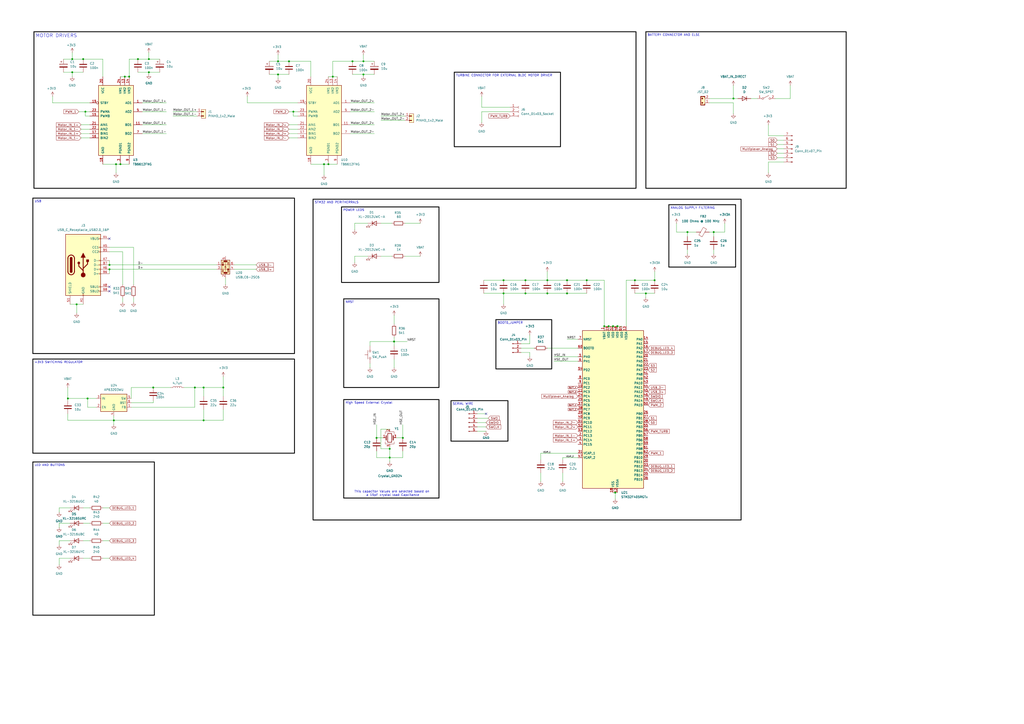
<source format=kicad_sch>
(kicad_sch (version 20250114) (generator "eeschema") (generator_version "9.0")
  (paper "A2")
  (lib_symbols
    (symbol "Connector:Conn_01x03_Pin" (pin_names (offset 1.016) (hide yes))
      (property "Reference" "J" (at 0 5.08 0))
      (property "Value" "Conn_01x03_Pin" (at 0 -5.08 0))
      (symbol "Conn_01x03_Pin_1_1"
        (pin passive line (at 5.08 2.54 180) (length 3.81) (name "Pin_1") (number "1"))
        (pin passive line (at 5.08 0 180) (length 3.81) (name "Pin_2") (number "2"))
        (pin passive line (at 5.08 -2.54 180) (length 3.81) (name "Pin_3") (number "3"))
      )
    )
    (symbol "Connector:Conn_01x03_Socket" (pin_names (offset 1.016) (hide yes))
      (property "Reference" "J" (at 0 5.08 0))
      (property "Value" "Conn_01x03_Socket" (at 0 -5.08 0))
      (symbol "Conn_01x03_Socket_1_1"
        (pin passive line (at -5.08 2.54 0) (length 3.81) (name "Pin_1") (number "1"))
        (pin passive line (at -5.08 0 0) (length 3.81) (name "Pin_2") (number "2"))
        (pin passive line (at -5.08 -2.54 0) (length 3.81) (name "Pin_3") (number "3"))
      )
    )
    (symbol "Connector:Conn_01x05_Pin" (pin_names (offset 1.016) (hide yes))
      (property "Reference" "J" (at 0 7.62 0))
      (property "Value" "Conn_01x05_Pin" (at 0 -7.62 0))
      (symbol "Conn_01x05_Pin_1_1"
        (pin passive line (at 5.08 5.08 180) (length 3.81) (name "Pin_1") (number "1"))
        (pin passive line (at 5.08 2.54 180) (length 3.81) (name "Pin_2") (number "2"))
        (pin passive line (at 5.08 0 180) (length 3.81) (name "Pin_3") (number "3"))
        (pin passive line (at 5.08 -2.54 180) (length 3.81) (name "Pin_4") (number "4"))
        (pin passive line (at 5.08 -5.08 180) (length 3.81) (name "Pin_5") (number "5"))
      )
    )
    (symbol "Connector:Conn_01x07_Pin" (pin_names (offset 1.016) (hide yes))
      (property "Reference" "J" (at 0 10.16 0))
      (property "Value" "Conn_01x07_Pin" (at 0 -10.16 0))
      (symbol "Conn_01x07_Pin_1_1"
        (pin passive line (at 5.08 7.62 180) (length 3.81) (name "Pin_1") (number "1"))
        (pin passive line (at 5.08 5.08 180) (length 3.81) (name "Pin_2") (number "2"))
        (pin passive line (at 5.08 2.54 180) (length 3.81) (name "Pin_3") (number "3"))
        (pin passive line (at 5.08 0 180) (length 3.81) (name "Pin_4") (number "4"))
        (pin passive line (at 5.08 -2.54 180) (length 3.81) (name "Pin_5") (number "5"))
        (pin passive line (at 5.08 -5.08 180) (length 3.81) (name "Pin_6") (number "6"))
        (pin passive line (at 5.08 -7.62 180) (length 3.81) (name "Pin_7") (number "7"))
      )
    )
    (symbol "Connector:USB_C_Receptacle_USB2.0_16P" (pin_names (offset 1.016))
      (property "Reference" "J" (at 0 22.225 0))
      (property "Value" "USB_C_Receptacle_USB2.0_16P" (at 0 19.685 0))
      (symbol "USB_C_Receptacle_USB2.0_16P_1_1"
        (pin passive line (at -7.62 -22.86 90) (length 5.08) (name "SHIELD") (number "S1"))
        (pin passive line (at 0 -22.86 90) (length 5.08) (name "GND") (number "A1"))
        (pin passive line (at 0 -22.86 90) (length 5.08) (hide yes) (name "GND") (number "A12"))
        (pin passive line (at 0 -22.86 90) (length 5.08) (hide yes) (name "GND") (number "B1"))
        (pin passive line (at 0 -22.86 90) (length 5.08) (hide yes) (name "GND") (number "B12"))
        (pin passive line (at 15.24 15.24 180) (length 5.08) (name "VBUS") (number "A4"))
        (pin passive line (at 15.24 15.24 180) (length 5.08) (hide yes) (name "VBUS") (number "A9"))
        (pin passive line (at 15.24 15.24 180) (length 5.08) (hide yes) (name "VBUS") (number "B4"))
        (pin passive line (at 15.24 15.24 180) (length 5.08) (hide yes) (name "VBUS") (number "B9"))
        (pin bidirectional line (at 15.24 10.16 180) (length 5.08) (name "CC1") (number "A5"))
        (pin bidirectional line (at 15.24 7.62 180) (length 5.08) (name "CC2") (number "B5"))
        (pin bidirectional line (at 15.24 2.54 180) (length 5.08) (name "D-") (number "A7"))
        (pin bidirectional line (at 15.24 0 180) (length 5.08) (name "D-") (number "B7"))
        (pin bidirectional line (at 15.24 -2.54 180) (length 5.08) (name "D+") (number "A6"))
        (pin bidirectional line (at 15.24 -5.08 180) (length 5.08) (name "D+") (number "B6"))
        (pin bidirectional line (at 15.24 -12.7 180) (length 5.08) (name "SBU1") (number "A8"))
        (pin bidirectional line (at 15.24 -15.24 180) (length 5.08) (name "SBU2") (number "B8"))
      )
    )
    (symbol "Device:C" (pin_numbers (hide yes)) (pin_names (offset 0.254))
      (property "Reference" "C" (at 0.635 2.54 0))
      (property "Value" "C" (at 0.635 -2.54 0))
      (symbol "C_1_1"
        (pin passive line (at 0 3.81 270) (length 2.794) (name "~") (number "1"))
        (pin passive line (at 0 -3.81 90) (length 2.794) (name "~") (number "2"))
      )
    )
    (symbol "Device:C_Polarized" (pin_numbers (hide yes)) (pin_names (offset 0.254))
      (property "Reference" "C" (at 0.635 2.54 0))
      (property "Value" "C_Polarized" (at 0.635 -2.54 0))
      (symbol "C_Polarized_1_1"
        (pin passive line (at 0 3.81 270) (length 2.794) (name "~") (number "1"))
        (pin passive line (at 0 -3.81 90) (length 2.794) (name "~") (number "2"))
      )
    )
    (symbol "Device:Crystal_GND24" (pin_names (offset 1.016) (hide yes))
      (property "Reference" "Y" (at 3.175 5.08 0))
      (property "Value" "Crystal_GND24" (at 3.175 3.175 0))
      (symbol "Crystal_GND24_1_1"
        (pin passive line (at -3.81 0 0) (length 1.27) (name "1") (number "1"))
        (pin passive line (at 0 5.08 270) (length 1.27) (name "2") (number "2"))
        (pin passive line (at 0 -5.08 90) (length 1.27) (name "4") (number "4"))
        (pin passive line (at 3.81 0 180) (length 1.27) (name "3") (number "3"))
      )
    )
    (symbol "Device:D" (pin_numbers (hide yes)) (pin_names (offset 1.016) (hide yes))
      (property "Reference" "D" (at 0 2.54 0))
      (property "Value" "D" (at 0 -2.54 0))
      (symbol "D_1_1"
        (pin passive line (at -3.81 0 0) (length 2.54) (name "K") (number "1"))
        (pin passive line (at 3.81 0 180) (length 2.54) (name "A") (number "2"))
      )
    )
    (symbol "Device:FerriteBead" (pin_numbers (hide yes)) (pin_names (offset 0))
      (property "Reference" "FB" (at -3.81 0.635 90))
      (property "Value" "FerriteBead" (at 3.81 0 90))
      (symbol "FerriteBead_1_1"
        (pin passive line (at 0 3.81 270) (length 2.54) (name "~") (number "1"))
        (pin passive line (at 0 -3.81 90) (length 2.54) (name "~") (number "2"))
      )
    )
    (symbol "Device:L" (pin_numbers (hide yes)) (pin_names (offset 1.016) (hide yes))
      (property "Reference" "L" (at -1.27 0 90))
      (property "Value" "L" (at 1.905 0 90))
      (symbol "L_1_1"
        (pin passive line (at 0 3.81 270) (length 1.27) (name "1") (number "1"))
        (pin passive line (at 0 -3.81 90) (length 1.27) (name "2") (number "2"))
      )
    )
    (symbol "Device:LED" (pin_numbers (hide yes)) (pin_names (offset 1.016) (hide yes))
      (property "Reference" "D" (at 0 2.54 0))
      (property "Value" "LED" (at 0 -2.54 0))
      (symbol "LED_1_1"
        (pin passive line (at -3.81 0 0) (length 2.54) (name "K") (number "1"))
        (pin passive line (at 3.81 0 180) (length 2.54) (name "A") (number "2"))
      )
    )
    (symbol "Device:R" (pin_numbers (hide yes)) (pin_names (offset 0))
      (property "Reference" "R" (at 2.032 0 90))
      (property "Value" "R" (at 0 0 90))
      (symbol "R_1_1"
        (pin passive line (at 0 3.81 270) (length 1.27) (name "~") (number "1"))
        (pin passive line (at 0 -3.81 90) (length 1.27) (name "~") (number "2"))
      )
    )
    (symbol "Driver_Motor:TB6612FNG" (pin_names (offset 1.016))
      (property "Reference" "U" (at 11.43 17.78 0))
      (property "Value" "TB6612FNG" (at 11.43 15.24 0))
      (symbol "TB6612FNG_1_1"
        (pin input inverted (at -15.24 10.16 0) (length 5.08) (name "STBY") (number "19"))
        (pin input line (at -15.24 5.08 0) (length 5.08) (name "PWMA") (number "23"))
        (pin input line (at -15.24 2.54 0) (length 5.08) (name "PWMB") (number "15"))
        (pin input line (at -15.24 -2.54 0) (length 5.08) (name "AIN1") (number "21"))
        (pin input line (at -15.24 -5.08 0) (length 5.08) (name "AIN2") (number "22"))
        (pin input line (at -15.24 -7.62 0) (length 5.08) (name "BIN1") (number "17"))
        (pin input line (at -15.24 -10.16 0) (length 5.08) (name "BIN2") (number "16"))
        (pin power_in line (at -7.62 25.4 270) (length 5.08) (name "VCC") (number "20"))
        (pin power_in line (at -7.62 -25.4 90) (length 5.08) (name "GND") (number "18"))
        (pin power_in line (at 2.54 25.4 270) (length 5.08) (name "VM1") (number "24"))
        (pin power_in line (at 2.54 -25.4 90) (length 5.08) (name "PGND1") (number "3"))
        (pin passive line (at 2.54 -25.4 90) (length 5.08) (hide yes) (name "PGND1") (number "4"))
        (pin power_in line (at 5.08 25.4 270) (length 5.08) (name "VM2") (number "13"))
        (pin power_in line (at 7.62 25.4 270) (length 5.08) (name "VM3") (number "14"))
        (pin passive line (at 7.62 -25.4 90) (length 5.08) (hide yes) (name "PGND2") (number "10"))
        (pin power_in line (at 7.62 -25.4 90) (length 5.08) (name "PGND2") (number "9"))
        (pin output line (at 15.24 10.16 180) (length 5.08) (name "AO1") (number "1"))
        (pin passive line (at 15.24 10.16 180) (length 5.08) (hide yes) (name "AO1") (number "2"))
        (pin output line (at 15.24 5.08 180) (length 5.08) (name "AO2") (number "5"))
        (pin passive line (at 15.24 5.08 180) (length 5.08) (hide yes) (name "AO2") (number "6"))
        (pin output line (at 15.24 -2.54 180) (length 5.08) (name "BO1") (number "11"))
        (pin passive line (at 15.24 -2.54 180) (length 5.08) (hide yes) (name "BO1") (number "12"))
        (pin output line (at 15.24 -7.62 180) (length 5.08) (name "BO2") (number "7"))
        (pin passive line (at 15.24 -7.62 180) (length 5.08) (hide yes) (name "BO2") (number "8"))
      )
    )
    (symbol "LED_1" (pin_numbers (hide yes)) (pin_names (offset 1.016) (hide yes))
      (property "Reference" "D" (at 0 2.54 0))
      (property "Value" "LED" (at 0 -2.54 0))
      (symbol "LED_1_1_1"
        (pin passive line (at -3.81 0 0) (length 2.54) (name "K") (number "1"))
        (pin passive line (at 3.81 0 180) (length 2.54) (name "A") (number "2"))
      )
    )
    (symbol "MCU_ST_STM32F4:STM32F405RGTx"
      (property "Reference" "U" (at -17.78 46.99 0))
      (property "Value" "STM32F405RGTx" (at 10.16 46.99 0))
      (symbol "STM32F405RGTx_1_1"
        (pin input line (at -20.32 40.64 0) (length 2.54) (name "NRST") (number "7"))
        (pin input line (at -20.32 35.56 0) (length 2.54) (name "BOOT0") (number "60"))
        (pin bidirectional line (at -20.32 30.48 0) (length 2.54) (name "PH0") (number "5"))
        (pin bidirectional line (at -20.32 27.94 0) (length 2.54) (name "PH1") (number "6"))
        (pin bidirectional line (at -20.32 22.86 0) (length 2.54) (name "PD2") (number "54"))
        (pin bidirectional line (at -20.32 17.78 0) (length 2.54) (name "PC0") (number "8"))
        (pin bidirectional line (at -20.32 15.24 0) (length 2.54) (name "PC1") (number "9"))
        (pin bidirectional line (at -20.32 12.7 0) (length 2.54) (name "PC2") (number "10"))
        (pin bidirectional line (at -20.32 10.16 0) (length 2.54) (name "PC3") (number "11"))
        (pin bidirectional line (at -20.32 7.62 0) (length 2.54) (name "PC4") (number "24"))
        (pin bidirectional line (at -20.32 5.08 0) (length 2.54) (name "PC5") (number "25"))
        (pin bidirectional line (at -20.32 2.54 0) (length 2.54) (name "PC6") (number "37"))
        (pin bidirectional line (at -20.32 0 0) (length 2.54) (name "PC7") (number "38"))
        (pin bidirectional line (at -20.32 -2.54 0) (length 2.54) (name "PC8") (number "39"))
        (pin bidirectional line (at -20.32 -5.08 0) (length 2.54) (name "PC9") (number "40"))
        (pin bidirectional line (at -20.32 -7.62 0) (length 2.54) (name "PC10") (number "51"))
        (pin bidirectional line (at -20.32 -10.16 0) (length 2.54) (name "PC11") (number "52"))
        (pin bidirectional line (at -20.32 -12.7 0) (length 2.54) (name "PC12") (number "53"))
        (pin bidirectional line (at -20.32 -15.24 0) (length 2.54) (name "PC13") (number "2"))
        (pin bidirectional line (at -20.32 -17.78 0) (length 2.54) (name "PC14") (number "3"))
        (pin bidirectional line (at -20.32 -20.32 0) (length 2.54) (name "PC15") (number "4"))
        (pin power_out line (at -20.32 -25.4 0) (length 2.54) (name "VCAP_1") (number "31"))
        (pin power_out line (at -20.32 -27.94 0) (length 2.54) (name "VCAP_2") (number "47"))
        (pin power_in line (at -5.08 48.26 270) (length 2.54) (name "VBAT") (number "1"))
        (pin power_in line (at -2.54 48.26 270) (length 2.54) (name "VDD") (number "19"))
        (pin power_in line (at 0 48.26 270) (length 2.54) (name "VDD") (number "32"))
        (pin power_in line (at 0 -48.26 90) (length 2.54) (name "VSS") (number "18"))
        (pin passive line (at 0 -48.26 90) (length 2.54) (hide yes) (name "VSS") (number "63"))
        (pin power_in line (at 2.54 48.26 270) (length 2.54) (name "VDD") (number "48"))
        (pin power_in line (at 2.54 -48.26 90) (length 2.54) (name "VSSA") (number "12"))
        (pin power_in line (at 5.08 48.26 270) (length 2.54) (name "VDD") (number "64"))
        (pin power_in line (at 7.62 48.26 270) (length 2.54) (name "VDDA") (number "13"))
        (pin bidirectional line (at 20.32 40.64 180) (length 2.54) (name "PA0") (number "14"))
        (pin bidirectional line (at 20.32 38.1 180) (length 2.54) (name "PA1") (number "15"))
        (pin bidirectional line (at 20.32 35.56 180) (length 2.54) (name "PA2") (number "16"))
        (pin bidirectional line (at 20.32 33.02 180) (length 2.54) (name "PA3") (number "17"))
        (pin bidirectional line (at 20.32 30.48 180) (length 2.54) (name "PA4") (number "20"))
        (pin bidirectional line (at 20.32 27.94 180) (length 2.54) (name "PA5") (number "21"))
        (pin bidirectional line (at 20.32 25.4 180) (length 2.54) (name "PA6") (number "22"))
        (pin bidirectional line (at 20.32 22.86 180) (length 2.54) (name "PA7") (number "23"))
        (pin bidirectional line (at 20.32 20.32 180) (length 2.54) (name "PA8") (number "41"))
        (pin bidirectional line (at 20.32 17.78 180) (length 2.54) (name "PA9") (number "42"))
        (pin bidirectional line (at 20.32 15.24 180) (length 2.54) (name "PA10") (number "43"))
        (pin bidirectional line (at 20.32 12.7 180) (length 2.54) (name "PA11") (number "44"))
        (pin bidirectional line (at 20.32 10.16 180) (length 2.54) (name "PA12") (number "45"))
        (pin bidirectional line (at 20.32 7.62 180) (length 2.54) (name "PA13") (number "46"))
        (pin bidirectional line (at 20.32 5.08 180) (length 2.54) (name "PA14") (number "49"))
        (pin bidirectional line (at 20.32 2.54 180) (length 2.54) (name "PA15") (number "50"))
        (pin bidirectional line (at 20.32 -2.54 180) (length 2.54) (name "PB0") (number "26"))
        (pin bidirectional line (at 20.32 -5.08 180) (length 2.54) (name "PB1") (number "27"))
        (pin bidirectional line (at 20.32 -7.62 180) (length 2.54) (name "PB2") (number "28"))
        (pin bidirectional line (at 20.32 -10.16 180) (length 2.54) (name "PB3") (number "55"))
        (pin bidirectional line (at 20.32 -12.7 180) (length 2.54) (name "PB4") (number "56"))
        (pin bidirectional line (at 20.32 -15.24 180) (length 2.54) (name "PB5") (number "57"))
        (pin bidirectional line (at 20.32 -17.78 180) (length 2.54) (name "PB6") (number "58"))
        (pin bidirectional line (at 20.32 -20.32 180) (length 2.54) (name "PB7") (number "59"))
        (pin bidirectional line (at 20.32 -22.86 180) (length 2.54) (name "PB8") (number "61"))
        (pin bidirectional line (at 20.32 -25.4 180) (length 2.54) (name "PB9") (number "62"))
        (pin bidirectional line (at 20.32 -27.94 180) (length 2.54) (name "PB10") (number "29"))
        (pin bidirectional line (at 20.32 -30.48 180) (length 2.54) (name "PB11") (number "30"))
        (pin bidirectional line (at 20.32 -33.02 180) (length 2.54) (name "PB12") (number "33"))
        (pin bidirectional line (at 20.32 -35.56 180) (length 2.54) (name "PB13") (number "34"))
        (pin bidirectional line (at 20.32 -38.1 180) (length 2.54) (name "PB14") (number "35"))
        (pin bidirectional line (at 20.32 -40.64 180) (length 2.54) (name "PB15") (number "36"))
      )
    )
    (symbol "PCM_SL_Connectors:JST_02"
      (property "Reference" "J" (at 0 7.62 0))
      (property "Value" "JST_02" (at 0 5.08 0))
      (symbol "JST_02_1_1"
        (pin passive line (at -3.81 1.27 0) (length 2.54) (name "") (number "1"))
        (pin passive line (at -3.81 -1.27 0) (length 2.54) (name "") (number "2"))
      )
    )
    (symbol "PCM_SL_Pin_Headers:PINHD_1x2_Male"
      (property "Reference" "J" (at 0 6.35 0))
      (property "Value" "PINHD_1x2_Male" (at 0 3.81 0))
      (symbol "PINHD_1x2_Male_1_1"
        (pin passive line (at -3.81 1.27 0) (length 2.54) (name "") (number "1"))
        (pin passive line (at -3.81 -1.27 0) (length 2.54) (name "") (number "2"))
      )
    )
    (symbol "Power_Protection:USBLC6-2SC6" (pin_names (hide yes))
      (property "Reference" "U" (at 0.635 5.715 0))
      (property "Value" "USBLC6-2SC6" (at 0.635 3.81 0))
      (symbol "USBLC6-2SC6_1_1"
        (pin passive line (at -5.08 0 0) (length 2.54) (name "I/O1") (number "1"))
        (pin passive line (at -5.08 -2.54 0) (length 2.54) (name "I/O2") (number "3"))
        (pin passive line (at 0 5.08 270) (length 2.54) (name "VBUS") (number "5"))
        (pin passive line (at 0 -7.62 90) (length 2.54) (name "GND") (number "2"))
        (pin passive line (at 5.08 0 180) (length 2.54) (name "I/O1") (number "6"))
        (pin passive line (at 5.08 -2.54 180) (length 2.54) (name "I/O2") (number "4"))
      )
    )
    (symbol "Regulator_Switching:AP63203WU"
      (property "Reference" "U" (at -7.62 6.35 0))
      (property "Value" "AP63203WU" (at 2.54 6.35 0))
      (symbol "AP63203WU_1_1"
        (pin power_in line (at -10.16 2.54 0) (length 2.54) (name "IN") (number "3"))
        (pin input line (at -10.16 -2.54 0) (length 2.54) (name "EN") (number "2"))
        (pin power_in line (at 0 -7.62 90) (length 2.54) (name "GND") (number "4"))
        (pin output line (at 10.16 2.54 180) (length 2.54) (name "SW") (number "5"))
        (pin passive line (at 10.16 0 180) (length 2.54) (name "BST") (number "6"))
        (pin input line (at 10.16 -2.54 180) (length 2.54) (name "FB") (number "1"))
      )
    )
    (symbol "Switch:SW_Push" (pin_numbers (hide yes)) (pin_names (offset 1.016) (hide yes))
      (property "Reference" "SW" (at 1.27 2.54 0))
      (property "Value" "SW_Push" (at 0 -1.524 0))
      (symbol "SW_Push_0_1"
        (pin passive line (at -5.08 0 0) (length 2.54) (name "1") (number "1"))
        (pin passive line (at 5.08 0 180) (length 2.54) (name "2") (number "2"))
      )
    )
    (symbol "Switch:SW_SPST" (pin_names (offset 0) (hide yes))
      (property "Reference" "SW" (at 0 3.175 0))
      (property "Value" "SW_SPST" (at 0 -2.54 0))
      (symbol "SW_SPST_1_1"
        (pin passive line (at -5.08 0 0) (length 2.54) (name "A") (number "1"))
        (pin passive line (at 5.08 0 180) (length 2.54) (name "B") (number "2"))
      )
    )
    (symbol "power:+3.3V" (power) (pin_numbers (hide yes)) (pin_names (offset 0) (hide yes))
      (property "Value" "+3.3V" (at 0 3.556 0))
      (symbol "+3.3V_1_1"
        (pin power_in line (at 0 0 90) (length 0) (name "~") (number "1"))
      )
    )
    (symbol "power:+3.3VA" (power) (pin_numbers (hide yes)) (pin_names (offset 0) (hide yes))
      (property "Value" "+3.3VA" (at 0 3.556 0))
      (symbol "+3.3VA_1_1"
        (pin power_in line (at 0 0 90) (length 0) (name "~") (number "1"))
      )
    )
    (symbol "power:GND" (power) (pin_numbers (hide yes)) (pin_names (offset 0) (hide yes))
      (property "Value" "GND" (at 0 -3.81 0))
      (symbol "GND_1_1"
        (pin power_in line (at 0 0 270) (length 0) (name "~") (number "1"))
      )
    )
    (symbol "power:VCC" (power) (pin_numbers (hide yes)) (pin_names (offset 0) (hide yes))
      (property "Value" "VCC" (at 0 3.556 0))
      (symbol "VCC_1_1"
        (pin power_in line (at 0 0 90) (length 0) (name "~") (number "1"))
      )
    )
  )
  (text "\nThis capacitor Values are selected based on \na 15pF crystal load Capcitance" (at 227.838 285.242 0) (effects (font (size 1.27 1.27))))
  (text_box "LED AND BUTTONS" (at 19.05 267.97 0) (size 70.485 88.9) (margins 0.9525 0.9525 0.9525 0.9525) (stroke (width 0.5) (color 0 0 0 1)) (effects (font (size 1.27 1.27)) (justify left top)))
  (text_box "TURBINE CONNECTOR FOR EXTERNAL BLDC MOTOR DRIVER  " (at 263.525 41.91 0) (size 61.595 43.18) (margins 0.9525 0.9525 0.9525 0.9525) (stroke (width 0.5) (color 0 0 0 1)) (effects (font (size 1.27 1.27)) (justify left top)))
  (text_box "ANALOG SUPPLY FILTERING " (at 387.985 118.745 0) (size 38.735 36.195) (margins 0.9525 0.9525 0.9525 0.9525) (stroke (width 0.5) (color 0 0 0 1)) (effects (font (size 1.27 1.27)) (justify left top)))
  (text_box "+3V3 SWITCHING REGULATOR\n" (at 19.05 208.28 0) (size 151.765 54.61) (margins 0.9525 0.9525 0.9525 0.9525) (stroke (width 0.5) (color 0 0 0 1)) (effects (font (size 1.27 1.27)) (justify left top)))
  (text_box "BATTERY CONNECTOR AND ELSE\n" (at 374.65 18.415 0) (size 116.205 90.805) (margins 0.9525 0.9525 0.9525 0.9525) (stroke (width 0.5) (color 0 0 0 1)) (effects (font (size 1.27 1.27)) (justify left top)))
  (text_box "High Speed External Crystal\n" (at 199.39 231.775 0) (size 55.245 57.15) (margins 0.9525 0.9525 0.9525 0.9525) (stroke (width 0.5) (color 0 0 0 1)) (effects (font (size 1.27 1.27)) (justify left top)))
  (text_box "POWER LEDS\n\n" (at 198.12 120.015 0) (size 56.515 43.815) (margins 0.9525 0.9525 0.9525 0.9525) (stroke (width 0.5) (color 0 0 0 1)) (effects (font (size 1.27 1.27)) (justify left top)))
  (text_box "MOTOR DRIVERS\n" (at 19.685 18.415 0) (size 349.25 90.805) (margins 0.9525 0.9525 0.9525 0.9525) (stroke (width 0.5) (color 0 0 0 1)) (effects (font (size 2 2)) (justify left top)))
  (text_box "BOOT0_JUMPER\n" (at 287.655 185.42 0) (size 32.385 28.575) (margins 0.9525 0.9525 0.9525 0.9525) (stroke (width 0.5) (color 0 0 0 1)) (effects (font (size 1.27 1.27)) (justify left top)))
  (text_box "NRST" (at 199.39 173.355 0) (size 55.245 51.435) (margins 0.9525 0.9525 0.9525 0.9525) (stroke (width 0.5) (color 0 0 0 1)) (effects (font (size 1.27 1.27)) (justify left top)))
  (text_box "STM32 AND PERITHERRALS " (at 181.61 115.57 0) (size 248.285 186.055) (margins 0.9525 0.9525 0.9525 0.9525) (stroke (width 0.5) (color 0 0 0 1)) (effects (font (size 1.27 1.27)) (justify left top)))
  (text_box "USB \n" (at 19.05 114.935 0) (size 151.765 90.17) (margins 0.9525 0.9525 0.9525 0.9525) (stroke (width 0.5) (color 0 0 0 1)) (effects (font (size 1.27 1.27)) (justify left top)))
  (text_box "SERIAL WIRE \n" (at 261.62 232.41 0) (size 33.02 23.495) (margins 0.9525 0.9525 0.9525 0.9525) (stroke (width 0.5) (color 0 0 0 1)) (effects (font (size 1.27 1.27)) (justify left top)))
  (junction (at 39.37 231.14))
  (junction (at 167.64 35.56))
  (junction (at 328.93 170.18))
  (junction (at 340.36 162.56))
  (junction (at 113.03 224.79))
  (junction (at 355.6 189.23))
  (junction (at 317.5 162.56))
  (junction (at 379.73 162.56))
  (junction (at 226.06 265.43))
  (junction (at 353.06 189.23))
  (junction (at 233.68 254))
  (junction (at 356.87 285.75))
  (junction (at 48.26 34.29))
  (junction (at 226.06 260.35))
  (junction (at 66.04 243.84))
  (junction (at 425.45 57.15))
  (junction (at 292.1 170.18))
  (junction (at 63.5 153.67))
  (junction (at 414.02 134.62))
  (junction (at 292.1 162.56))
  (junction (at 72.39 44.45))
  (junction (at 193.04 44.45))
  (junction (at 218.44 254))
  (junction (at 187.96 95.25))
  (junction (at 50.8 231.14))
  (junction (at 368.3 162.56))
  (junction (at 129.54 224.79))
  (junction (at 190.5 95.25))
  (junction (at 69.85 95.25))
  (junction (at 67.31 95.25))
  (junction (at 328.93 162.56))
  (junction (at 86.36 41.91))
  (junction (at 74.93 44.45))
  (junction (at 170.18 64.77))
  (junction (at 41.91 34.29))
  (junction (at 358.14 189.23))
  (junction (at 304.8 170.18))
  (junction (at 304.8 162.56))
  (junction (at 161.29 35.56))
  (junction (at 118.11 224.79))
  (junction (at 80.01 34.29))
  (junction (at 317.5 170.18))
  (junction (at 88.9 224.79))
  (junction (at 44.45 176.53))
  (junction (at 41.91 41.91))
  (junction (at 204.47 35.56))
  (junction (at 350.52 189.23))
  (junction (at 86.36 34.29))
  (junction (at 228.6 198.12))
  (junction (at 63.5 156.21))
  (junction (at 210.82 43.18))
  (junction (at 161.29 43.18))
  (junction (at 118.11 243.84))
  (junction (at 210.82 35.56))
  (junction (at 374.65 170.18))
  (junction (at 49.53 64.77))
  (junction (at 398.78 134.62))
  (no_connect (at 63.5 168.91))
  (no_connect (at 281.94 240.03))
  (no_connect (at 63.5 138.43))
  (no_connect (at 63.5 166.37))
  (wire (pts (xy 55.88 236.22) (xy 50.8 236.22)))
  (wire (pts (xy 74.93 34.29) (xy 80.01 34.29)))
  (wire (pts (xy 350.52 189.23) (xy 353.06 189.23)))
  (wire (pts (xy 445.77 93.98) (xy 445.77 100.33)))
  (wire (pts (xy 172.72 67.31) (xy 170.18 67.31)))
  (wire (pts (xy 234.95 148.59) (xy 243.84 148.59)))
  (wire (pts (xy 233.68 246.38) (xy 233.68 254)))
  (wire (pts (xy 210.82 31.75) (xy 210.82 35.56)))
  (wire (pts (xy 69.85 44.45) (xy 72.39 44.45)))
  (wire (pts (xy 190.5 44.45) (xy 193.04 44.45)))
  (wire (pts (xy 82.55 77.47) (xy 96.52 77.47)))
  (wire (pts (xy 118.11 229.87) (xy 118.11 224.79)))
  (wire (pts (xy 281.94 247.65) (xy 276.86 247.65)))
  (wire (pts (xy 220.98 69.85) (xy 234.95 69.85)))
  (wire (pts (xy 374.65 170.18) (xy 379.73 170.18)))
  (wire (pts (xy 358.14 189.23) (xy 360.68 189.23)))
  (wire (pts (xy 276.86 250.19) (xy 281.94 250.19)))
  (wire (pts (xy 190.5 95.25) (xy 195.58 95.25)))
  (wire (pts (xy 353.06 189.23) (xy 355.6 189.23)))
  (wire (pts (xy 363.22 189.23) (xy 363.22 162.56)))
  (wire (pts (xy 279.4 71.12) (xy 279.4 64.77)))
  (wire (pts (xy 129.54 243.84) (xy 118.11 243.84)))
  (wire (pts (xy 63.5 146.05) (xy 71.12 146.05)))
  (wire (pts (xy 39.37 231.14) (xy 39.37 232.41)))
  (wire (pts (xy 100.33 64.77) (xy 114.3 64.77)))
  (wire (pts (xy 41.91 41.91) (xy 41.91 44.45)))
  (wire (pts (xy 67.31 95.25) (xy 67.31 100.33)))
  (wire (pts (xy 317.5 157.48) (xy 317.5 162.56)))
  (wire (pts (xy 398.78 134.62) (xy 403.86 134.62)))
  (wire (pts (xy 77.47 143.51) (xy 77.47 165.1)))
  (wire (pts (xy 130.81 161.29) (xy 130.81 165.1)))
  (wire (pts (xy 69.85 95.25) (xy 74.93 95.25)))
  (wire (pts (xy 49.53 64.77) (xy 52.07 64.77)))
  (wire (pts (xy 292.1 170.18) (xy 292.1 176.53)))
  (wire (pts (xy 392.43 134.62) (xy 398.78 134.62)))
  (wire (pts (xy 317.5 170.18) (xy 328.93 170.18)))
  (wire (pts (xy 226.06 265.43) (xy 226.06 267.97)))
  (wire (pts (xy 228.6 195.58) (xy 228.6 198.12)))
  (wire (pts (xy 67.31 95.25) (xy 69.85 95.25)))
  (wire (pts (xy 63.5 153.67) (xy 125.73 153.67)))
  (wire (pts (xy 279.4 64.77) (xy 295.91 64.77)))
  (wire (pts (xy 445.77 72.39) (xy 445.77 78.74)))
  (wire (pts (xy 50.8 236.22) (xy 50.8 231.14)))
  (wire (pts (xy 167.64 35.56) (xy 180.34 35.56)))
  (wire (pts (xy 304.8 162.56) (xy 317.5 162.56)))
  (wire (pts (xy 63.5 156.21) (xy 63.5 158.75)))
  (wire (pts (xy 220.98 148.59) (xy 227.33 148.59)))
  (wire (pts (xy 220.98 129.54) (xy 227.33 129.54)))
  (wire (pts (xy 71.12 146.05) (xy 71.12 165.1)))
  (wire (pts (xy 59.69 44.45) (xy 59.69 34.29)))
  (wire (pts (xy 39.37 224.79) (xy 39.37 231.14)))
  (wire (pts (xy 214.63 200.66) (xy 214.63 198.12)))
  (wire (pts (xy 36.83 41.91) (xy 41.91 41.91)))
  (wire (pts (xy 80.01 41.91) (xy 86.36 41.91)))
  (wire (pts (xy 340.36 162.56) (xy 350.52 162.56)))
  (wire (pts (xy 63.5 143.51) (xy 77.47 143.51)))
  (wire (pts (xy 411.48 57.15) (xy 425.45 57.15)))
  (wire (pts (xy 170.18 64.77) (xy 170.18 67.31)))
  (wire (pts (xy 414.02 144.78) (xy 414.02 147.32)))
  (wire (pts (xy 167.64 72.39) (xy 172.72 72.39)))
  (wire (pts (xy 49.53 67.31) (xy 49.53 64.77)))
  (wire (pts (xy 213.36 129.54) (xy 205.74 129.54)))
  (wire (pts (xy 205.74 148.59) (xy 213.36 148.59)))
  (wire (pts (xy 161.29 43.18) (xy 161.29 45.72)))
  (wire (pts (xy 44.45 176.53) (xy 48.26 176.53)))
  (wire (pts (xy 74.93 44.45) (xy 74.93 34.29)))
  (wire (pts (xy 281.94 245.11) (xy 276.86 245.11)))
  (wire (pts (xy 135.89 156.21) (xy 148.59 156.21)))
  (wire (pts (xy 356.87 285.75) (xy 358.14 285.75)))
  (wire (pts (xy 313.69 274.32) (xy 313.69 279.4)))
  (wire (pts (xy 193.04 44.45) (xy 193.04 35.56)))
  (wire (pts (xy 302.26 201.93) (xy 309.88 201.93)))
  (wire (pts (xy 292.1 162.56) (xy 304.8 162.56)))
  (wire (pts (xy 302.26 204.47) (xy 307.34 204.47)))
  (wire (pts (xy 193.04 35.56) (xy 204.47 35.56)))
  (wire (pts (xy 88.9 224.79) (xy 99.06 224.79)))
  (wire (pts (xy 34.29 303.53) (xy 34.29 306.07)))
  (wire (pts (xy 46.99 77.47) (xy 52.07 77.47)))
  (wire (pts (xy 50.8 231.14) (xy 39.37 231.14)))
  (wire (pts (xy 210.82 35.56) (xy 217.17 35.56)))
  (wire (pts (xy 304.8 170.18) (xy 317.5 170.18)))
  (wire (pts (xy 220.98 248.92) (xy 220.98 260.35)))
  (wire (pts (xy 187.96 95.25) (xy 187.96 101.6)))
  (wire (pts (xy 66.04 243.84) (xy 66.04 246.38)))
  (wire (pts (xy 220.98 67.31) (xy 234.95 67.31)))
  (wire (pts (xy 88.9 233.68) (xy 88.9 232.41)))
  (wire (pts (xy 80.01 34.29) (xy 86.36 34.29)))
  (wire (pts (xy 450.85 88.9) (xy 454.66 88.9)))
  (wire (pts (xy 295.91 62.23) (xy 279.4 62.23)))
  (wire (pts (xy 34.29 313.69) (xy 40.64 313.69)))
  (wire (pts (xy 226.06 265.43) (xy 233.68 265.43)))
  (wire (pts (xy 45.72 64.77) (xy 49.53 64.77)))
  (wire (pts (xy 226.06 259.08) (xy 226.06 260.35)))
  (wire (pts (xy 167.64 80.01) (xy 172.72 80.01)))
  (wire (pts (xy 30.48 55.88) (xy 30.48 59.69)))
  (wire (pts (xy 167.64 74.93) (xy 172.72 74.93)))
  (wire (pts (xy 63.5 151.13) (xy 63.5 153.67)))
  (wire (pts (xy 425.45 57.15) (xy 427.99 57.15)))
  (wire (pts (xy 398.78 144.78) (xy 398.78 147.32)))
  (wire (pts (xy 414.02 134.62) (xy 411.48 134.62)))
  (wire (pts (xy 86.36 41.91) (xy 92.71 41.91)))
  (wire (pts (xy 86.36 43.18) (xy 86.36 41.91)))
  (wire (pts (xy 317.5 201.93) (xy 335.28 201.93)))
  (wire (pts (xy 161.29 31.75) (xy 161.29 35.56)))
  (wire (pts (xy 86.36 30.48) (xy 86.36 34.29)))
  (wire (pts (xy 63.5 303.53) (xy 59.69 303.53)))
  (wire (pts (xy 335.28 265.43) (xy 326.39 265.43)))
  (wire (pts (xy 350.52 162.56) (xy 350.52 189.23)))
  (wire (pts (xy 76.2 236.22) (xy 113.03 236.22)))
  (wire (pts (xy 46.99 72.39) (xy 52.07 72.39)))
  (wire (pts (xy 34.29 323.85) (xy 34.29 327.66)))
  (wire (pts (xy 203.2 64.77) (xy 217.17 64.77)))
  (wire (pts (xy 398.78 137.16) (xy 398.78 134.62)))
  (wire (pts (xy 161.29 43.18) (xy 167.64 43.18)))
  (wire (pts (xy 55.88 231.14) (xy 50.8 231.14)))
  (wire (pts (xy 210.82 43.18) (xy 217.17 43.18)))
  (wire (pts (xy 118.11 224.79) (xy 113.03 224.79)))
  (wire (pts (xy 52.07 67.31) (xy 49.53 67.31)))
  (wire (pts (xy 233.68 265.43) (xy 233.68 261.62)))
  (wire (pts (xy 82.55 64.77) (xy 96.52 64.77)))
  (wire (pts (xy 307.34 204.47) (xy 307.34 207.01)))
  (wire (pts (xy 368.3 170.18) (xy 374.65 170.18)))
  (wire (pts (xy 317.5 162.56) (xy 328.93 162.56)))
  (wire (pts (xy 41.91 41.91) (xy 48.26 41.91)))
  (wire (pts (xy 34.29 294.64) (xy 40.64 294.64)))
  (wire (pts (xy 48.26 313.69) (xy 52.07 313.69)))
  (wire (pts (xy 226.06 260.35) (xy 226.06 265.43)))
  (wire (pts (xy 450.85 86.36) (xy 454.66 86.36)))
  (wire (pts (xy 355.6 189.23) (xy 358.14 189.23)))
  (wire (pts (xy 420.37 129.54) (xy 420.37 134.62)))
  (wire (pts (xy 205.74 148.59) (xy 205.74 152.4)))
  (wire (pts (xy 204.47 35.56) (xy 210.82 35.56)))
  (wire (pts (xy 52.07 59.69) (xy 30.48 59.69)))
  (wire (pts (xy 214.63 213.36) (xy 214.63 210.82)))
  (wire (pts (xy 326.39 274.32) (xy 326.39 279.4)))
  (wire (pts (xy 118.11 224.79) (xy 129.54 224.79)))
  (wire (pts (xy 34.29 303.53) (xy 40.64 303.53)))
  (wire (pts (xy 180.34 44.45) (xy 180.34 35.56)))
  (wire (pts (xy 326.39 265.43) (xy 326.39 266.7)))
  (wire (pts (xy 143.51 55.88) (xy 143.51 59.69)))
  (wire (pts (xy 167.64 77.47) (xy 172.72 77.47)))
  (wire (pts (xy 203.2 72.39) (xy 217.17 72.39)))
  (wire (pts (xy 156.21 43.18) (xy 161.29 43.18)))
  (wire (pts (xy 228.6 182.88) (xy 228.6 187.96)))
  (wire (pts (xy 363.22 162.56) (xy 368.3 162.56)))
  (wire (pts (xy 48.26 303.53) (xy 52.07 303.53)))
  (wire (pts (xy 356.87 285.75) (xy 356.87 289.56)))
  (wire (pts (xy 113.03 236.22) (xy 113.03 224.79)))
  (wire (pts (xy 34.29 313.69) (xy 34.29 316.23)))
  (wire (pts (xy 193.04 44.45) (xy 195.58 44.45)))
  (wire (pts (xy 368.3 162.56) (xy 379.73 162.56)))
  (wire (pts (xy 321.31 207.01) (xy 335.28 207.01)))
  (wire (pts (xy 129.54 229.87) (xy 129.54 224.79)))
  (wire (pts (xy 328.93 162.56) (xy 340.36 162.56)))
  (wire (pts (xy 82.55 59.69) (xy 96.52 59.69)))
  (wire (pts (xy 214.63 198.12) (xy 228.6 198.12)))
  (wire (pts (xy 450.85 91.44) (xy 454.66 91.44)))
  (wire (pts (xy 454.66 93.98) (xy 445.77 93.98)))
  (wire (pts (xy 59.69 95.25) (xy 67.31 95.25)))
  (wire (pts (xy 48.26 294.64) (xy 52.07 294.64)))
  (wire (pts (xy 170.18 64.77) (xy 172.72 64.77)))
  (wire (pts (xy 276.86 240.03) (xy 281.94 240.03)))
  (wire (pts (xy 449.58 57.15) (xy 458.47 57.15)))
  (wire (pts (xy 425.45 59.69) (xy 425.45 66.04)))
  (wire (pts (xy 82.55 72.39) (xy 96.52 72.39)))
  (wire (pts (xy 41.91 30.48) (xy 41.91 34.29)))
  (wire (pts (xy 454.66 78.74) (xy 445.77 78.74)))
  (wire (pts (xy 321.31 209.55) (xy 335.28 209.55)))
  (wire (pts (xy 41.91 34.29) (xy 36.83 34.29)))
  (wire (pts (xy 218.44 246.38) (xy 218.44 254)))
  (wire (pts (xy 355.6 285.75) (xy 356.87 285.75)))
  (wire (pts (xy 34.29 323.85) (xy 40.64 323.85)))
  (wire (pts (xy 66.04 243.84) (xy 66.04 241.3)))
  (wire (pts (xy 307.34 194.31) (xy 307.34 199.39)))
  (wire (pts (xy 229.87 254) (xy 233.68 254)))
  (wire (pts (xy 302.26 199.39) (xy 307.34 199.39)))
  (wire (pts (xy 71.12 172.72) (xy 71.12 175.26)))
  (wire (pts (xy 228.6 198.12) (xy 228.6 200.66)))
  (wire (pts (xy 46.99 80.01) (xy 52.07 80.01)))
  (wire (pts (xy 414.02 134.62) (xy 414.02 137.16)))
  (wire (pts (xy 39.37 243.84) (xy 66.04 243.84)))
  (wire (pts (xy 435.61 57.15) (xy 439.42 57.15)))
  (wire (pts (xy 63.5 323.85) (xy 59.69 323.85)))
  (wire (pts (xy 220.98 260.35) (xy 226.06 260.35)))
  (wire (pts (xy 228.6 198.12) (xy 236.22 198.12)))
  (wire (pts (xy 234.95 129.54) (xy 243.84 129.54)))
  (wire (pts (xy 113.03 224.79) (xy 106.68 224.79)))
  (wire (pts (xy 118.11 237.49) (xy 118.11 243.84)))
  (wire (pts (xy 450.85 81.28) (xy 454.66 81.28)))
  (wire (pts (xy 76.2 224.79) (xy 76.2 231.14)))
  (wire (pts (xy 76.2 233.68) (xy 88.9 233.68)))
  (wire (pts (xy 335.28 262.89) (xy 313.69 262.89)))
  (wire (pts (xy 40.64 176.53) (xy 44.45 176.53)))
  (wire (pts (xy 458.47 49.53) (xy 458.47 57.15)))
  (wire (pts (xy 292.1 170.18) (xy 304.8 170.18)))
  (wire (pts (xy 129.54 237.49) (xy 129.54 243.84)))
  (wire (pts (xy 180.34 95.25) (xy 187.96 95.25)))
  (wire (pts (xy 48.26 34.29) (xy 41.91 34.29)))
  (wire (pts (xy 228.6 208.28) (xy 228.6 213.36)))
  (wire (pts (xy 172.72 59.69) (xy 143.51 59.69)))
  (wire (pts (xy 283.21 242.57) (xy 276.86 242.57)))
  (wire (pts (xy 48.26 323.85) (xy 52.07 323.85)))
  (wire (pts (xy 280.67 170.18) (xy 292.1 170.18)))
  (wire (pts (xy 279.4 55.88) (xy 279.4 62.23)))
  (wire (pts (xy 379.73 157.48) (xy 379.73 162.56)))
  (wire (pts (xy 34.29 294.64) (xy 34.29 297.18)))
  (wire (pts (xy 374.65 172.72) (xy 374.65 170.18)))
  (wire (pts (xy 204.47 43.18) (xy 210.82 43.18)))
  (wire (pts (xy 210.82 44.45) (xy 210.82 43.18)))
  (wire (pts (xy 46.99 74.93) (xy 52.07 74.93)))
  (wire (pts (xy 161.29 35.56) (xy 167.64 35.56)))
  (wire (pts (xy 218.44 254) (xy 222.25 254)))
  (wire (pts (xy 328.93 196.85) (xy 335.28 196.85)))
  (wire (pts (xy 450.85 83.82) (xy 454.66 83.82)))
  (wire (pts (xy 77.47 172.72) (xy 77.47 175.26)))
  (wire (pts (xy 72.39 44.45) (xy 74.93 44.45)))
  (wire (pts (xy 280.67 162.56) (xy 292.1 162.56)))
  (wire (pts (xy 63.5 294.64) (xy 59.69 294.64)))
  (wire (pts (xy 203.2 59.69) (xy 217.17 59.69)))
  (wire (pts (xy 420.37 134.62) (xy 414.02 134.62)))
  (wire (pts (xy 313.69 262.89) (xy 313.69 266.7)))
  (wire (pts (xy 226.06 248.92) (xy 220.98 248.92)))
  (wire (pts (xy 39.37 240.03) (xy 39.37 243.84)))
  (wire (pts (xy 100.33 67.31) (xy 114.3 67.31)))
  (wire (pts (xy 328.93 170.18) (xy 340.36 170.18)))
  (wire (pts (xy 218.44 261.62) (xy 218.44 265.43)))
  (wire (pts (xy 63.5 156.21) (xy 125.73 156.21)))
  (wire (pts (xy 425.45 49.53) (xy 425.45 57.15)))
  (wire (pts (xy 161.29 35.56) (xy 156.21 35.56)))
  (wire (pts (xy 218.44 265.43) (xy 226.06 265.43)))
  (wire (pts (xy 76.2 224.79) (xy 88.9 224.79)))
  (wire (pts (xy 205.74 129.54) (xy 205.74 133.35)))
  (wire (pts (xy 187.96 95.25) (xy 190.5 95.25)))
  (wire (pts (xy 44.45 176.53) (xy 44.45 181.61)))
  (wire (pts (xy 63.5 313.69) (xy 59.69 313.69)))
  (wire (pts (xy 167.64 64.77) (xy 170.18 64.77)))
  (wire (pts (xy 129.54 218.44) (xy 129.54 224.79)))
  (wire (pts (xy 86.36 34.29) (xy 92.71 34.29)))
  (wire (pts (xy 203.2 77.47) (xy 217.17 77.47)))
  (wire (pts (xy 411.48 59.69) (xy 425.45 59.69)))
  (wire (pts (xy 392.43 129.54) (xy 392.43 134.62)))
  (wire (pts (xy 59.69 34.29) (xy 48.26 34.29)))
  (wire (pts (xy 135.89 153.67) (xy 148.59 153.67)))
  (wire (pts (xy 118.11 243.84) (xy 66.04 243.84)))
  (label "HSE_OUT" (at 233.68 246.38 90))
  (label "Motor_OUT_2+" (at 220.98 67.31 0))
  (label "HSE_OUT" (at 321.31 209.55 0))
  (label "VCAP_2" (at 328.295 265.43 0) (effects (font (size 0.8 0.8))))
  (label "VCAP_1" (at 314.96 262.89 0) (effects (font (size 0.8 0.8))))
  (label "NRST" (at 328.93 196.85 0))
  (label "D-" (at 80.01 153.67 0))
  (label "HSE_IN" (at 321.31 207.01 0))
  (label "HSE_IN" (at 218.44 246.38 90))
  (label "Motor_OUT_2+" (at 217.17 59.69 180))
  (label "Motor_OUT_1+" (at 96.52 72.39 180))
  (label "Motor_OUT_2+" (at 217.17 72.39 180))
  (label "Motor_OUT_1+" (at 96.52 59.69 180))
  (label "Motor_OUT_2-" (at 220.98 69.85 0))
  (label "D+" (at 80.01 156.21 0))
  (label "Motor_OUT_1+" (at 100.33 64.77 0))
  (label "Motor_OUT_1-" (at 96.52 64.77 180))
  (label "Motor_OUT_1-" (at 100.33 67.31 0))
  (label "Motor_OUT_2-" (at 217.17 64.77 180))
  (label "Motor_OUT_1-" (at 96.52 77.47 180))
  (label "Motor_OUT_2-" (at 217.17 77.47 180))
  (label "NRST" (at 236.22 198.12 0))
  (global_label "BUTT_1" (shape input) (at 335.28 234.95 180) (effects (font (size 0.8 0.8))) (property "Intersheetrefs" "${INTERSHEET_REFS}" (effects (hide yes))))
  (global_label "Motor_IN_1+" (shape input) (at 335.28 255.27 180) (property "Intersheetrefs" "${INTERSHEET_REFS}" (effects (hide yes))))
  (global_label "USB_D+" (shape input) (at 148.59 156.21 0) (property "Intersheetrefs" "${INTERSHEET_REFS}" (effects (hide yes))))
  (global_label "SWDIO" (shape input) (at 375.92 229.87 0) (property "Intersheetrefs" "${INTERSHEET_REFS}" (effects (hide yes))))
  (global_label "DEBUG_LED_3" (shape input) (at 63.5 313.69 0) (property "Intersheetrefs" "${INTERSHEET_REFS}" (effects (hide yes))))
  (global_label "PWM_1" (shape input) (at 375.92 262.89 0) (property "Intersheetrefs" "${INTERSHEET_REFS}" (effects (hide yes))))
  (global_label "DEBUG_LED_3" (shape input) (at 375.92 204.47 0) (property "Intersheetrefs" "${INTERSHEET_REFS}" (effects (hide yes))))
  (global_label "DEBUG_LED_2" (shape input) (at 375.92 273.05 0) (property "Intersheetrefs" "${INTERSHEET_REFS}" (effects (hide yes))))
  (global_label "DEBUG_LED_1" (shape input) (at 63.5 294.64 0) (property "Intersheetrefs" "${INTERSHEET_REFS}" (effects (hide yes))))
  (global_label "SWCLK" (shape input) (at 281.94 247.65 0) (property "Intersheetrefs" "${INTERSHEET_REFS}" (effects (hide yes))))
  (global_label "S1" (shape input) (at 375.92 242.57 0) (property "Intersheetrefs" "${INTERSHEET_REFS}" (effects (hide yes))))
  (global_label "S3" (shape input) (at 375.92 212.09 0) (property "Intersheetrefs" "${INTERSHEET_REFS}" (effects (hide yes))))
  (global_label "USB_D-" (shape input) (at 148.59 153.67 0) (property "Intersheetrefs" "${INTERSHEET_REFS}" (effects (hide yes))))
  (global_label "SWCLK" (shape input) (at 375.92 232.41 0) (property "Intersheetrefs" "${INTERSHEET_REFS}" (effects (hide yes))))
  (global_label "PWM_2" (shape input) (at 167.64 64.77 180) (property "Intersheetrefs" "${INTERSHEET_REFS}" (effects (hide yes))))
  (global_label "S0" (shape input) (at 375.92 245.11 0) (property "Intersheetrefs" "${INTERSHEET_REFS}" (effects (hide yes))))
  (global_label "PWM_1" (shape input) (at 45.72 64.77 180) (property "Intersheetrefs" "${INTERSHEET_REFS}" (effects (hide yes))))
  (global_label "BUTT_4" (shape input) (at 335.28 224.79 180) (effects (font (size 0.8 0.8))) (property "Intersheetrefs" "${INTERSHEET_REFS}" (effects (hide yes))))
  (global_label "DEBUG_LED_2" (shape input) (at 63.5 303.53 0) (property "Intersheetrefs" "${INTERSHEET_REFS}" (effects (hide yes))))
  (global_label "PWM_TURB" (shape input) (at 295.91 67.31 180) (property "Intersheetrefs" "${INTERSHEET_REFS}" (effects (hide yes))))
  (global_label "S2" (shape input) (at 450.85 88.9 180) (property "Intersheetrefs" "${INTERSHEET_REFS}" (effects (hide yes))))
  (global_label "Motor_IN_2+" (shape input) (at 335.28 247.65 180) (property "Intersheetrefs" "${INTERSHEET_REFS}" (effects (hide yes))))
  (global_label "Motor_IN_2-" (shape input) (at 335.28 245.11 180) (property "Intersheetrefs" "${INTERSHEET_REFS}" (effects (hide yes))))
  (global_label "DEBUG_LED_1" (shape input) (at 375.92 270.51 0) (property "Intersheetrefs" "${INTERSHEET_REFS}" (effects (hide yes))))
  (global_label "Multiplexer_Analog " (shape input) (at 335.28 229.87 180) (property "Intersheetrefs" "${INTERSHEET_REFS}" (effects (hide yes))))
  (global_label "BUTT_2" (shape input) (at 335.28 237.49 180) (effects (font (size 0.8 0.8))) (property "Intersheetrefs" "${INTERSHEET_REFS}" (effects (hide yes))))
  (global_label "Motor_IN_2+" (shape input) (at 167.64 77.47 180) (property "Intersheetrefs" "${INTERSHEET_REFS}" (effects (hide yes))))
  (global_label "SWDIO" (shape input) (at 281.94 245.11 0) (property "Intersheetrefs" "${INTERSHEET_REFS}" (effects (hide yes))))
  (global_label "S0" (shape input) (at 450.85 81.28 180) (property "Intersheetrefs" "${INTERSHEET_REFS}" (effects (hide yes))))
  (global_label "Motor_IN_1-" (shape input) (at 46.99 74.93 180) (property "Intersheetrefs" "${INTERSHEET_REFS}" (effects (hide yes))))
  (global_label "SWO" (shape input) (at 283.21 242.57 0) (property "Intersheetrefs" "${INTERSHEET_REFS}" (effects (hide yes))))
  (global_label "PWM_2" (shape input) (at 375.92 234.95 0) (property "Intersheetrefs" "${INTERSHEET_REFS}" (effects (hide yes))))
  (global_label "Motor_IN_2+" (shape input) (at 167.64 72.39 180) (property "Intersheetrefs" "${INTERSHEET_REFS}" (effects (hide yes))))
  (global_label "DEBUG_LED_4" (shape input) (at 375.92 201.93 0) (property "Intersheetrefs" "${INTERSHEET_REFS}" (effects (hide yes))))
  (global_label "Motor_IN_1-" (shape input) (at 46.99 80.01 180) (property "Intersheetrefs" "${INTERSHEET_REFS}" (effects (hide yes))))
  (global_label "S3" (shape input) (at 450.85 91.44 180) (property "Intersheetrefs" "${INTERSHEET_REFS}" (effects (hide yes))))
  (global_label "Motor_IN_1+" (shape input) (at 46.99 77.47 180) (property "Intersheetrefs" "${INTERSHEET_REFS}" (effects (hide yes))))
  (global_label "S2" (shape input) (at 375.92 214.63 0) (property "Intersheetrefs" "${INTERSHEET_REFS}" (effects (hide yes))))
  (global_label "USB_D-" (shape input) (at 375.92 224.79 0) (property "Intersheetrefs" "${INTERSHEET_REFS}" (effects (hide yes))))
  (global_label "Motor_IN_1-" (shape input) (at 335.28 252.73 180) (property "Intersheetrefs" "${INTERSHEET_REFS}" (effects (hide yes))))
  (global_label "Multiplexer_Analog " (shape input) (at 450.85 86.36 180) (property "Intersheetrefs" "${INTERSHEET_REFS}" (effects (hide yes))))
  (global_label "USB_D+" (shape input) (at 375.92 227.33 0) (property "Intersheetrefs" "${INTERSHEET_REFS}" (effects (hide yes))))
  (global_label "Motor_IN_1+" (shape input) (at 46.99 72.39 180) (property "Intersheetrefs" "${INTERSHEET_REFS}" (effects (hide yes))))
  (global_label "PWM_TURB" (shape input) (at 375.92 250.19 0) (property "Intersheetrefs" "${INTERSHEET_REFS}" (effects (hide yes))))
  (global_label "Motor_IN_2-" (shape input) (at 167.64 80.01 180) (property "Intersheetrefs" "${INTERSHEET_REFS}" (effects (hide yes))))
  (global_label "DEBUG_LED_4" (shape input) (at 63.5 323.85 0) (property "Intersheetrefs" "${INTERSHEET_REFS}" (effects (hide yes))))
  (global_label "BUTT_3" (shape input) (at 335.28 227.33 180) (effects (font (size 0.8 0.8))) (property "Intersheetrefs" "${INTERSHEET_REFS}" (effects (hide yes))))
  (global_label "Motor_IN_2-" (shape input) (at 167.64 74.93 180) (property "Intersheetrefs" "${INTERSHEET_REFS}" (effects (hide yes))))
  (global_label "S1" (shape input) (at 450.85 83.82 180) (property "Intersheetrefs" "${INTERSHEET_REFS}" (effects (hide yes))))
  (symbol (lib_id "Device:C") (at 88.9 228.6 0) (unit 1)
    (property "Reference" "C34" (at 91.186 228.346 0) (effects (justify left)))
    (property "Value" "100n" (at 90.424 230.378 0) (effects (justify left)))
    (property "Footprint" "Capacitor_SMD:C_0402_1005Metric_Pad0.74x0.62mm_HandSolder" (effects (hide yes)))
    (property "Description" "Unpolarized capacitor" (effects (hide yes)))
  )
  (symbol (lib_id "Device:C") (at 167.64 39.37 0) (unit 1)
    (property "Reference" "C7" (at 171.45 38.0999 0) (effects (justify left)))
    (property "Value" "100n" (at 171.45 40.6399 0) (effects (justify left)))
    (property "Footprint" "Capacitor_SMD:C_0805_2012Metric" (effects (hide yes)))
    (property "Description" "Unpolarized capacitor" (effects (hide yes)))
  )
  (symbol (lib_id "Connector:Conn_01x03_Pin") (at 297.18 201.93 0) (unit 1)
    (property "Reference" "J4" (at 297.815 194.31 0))
    (property "Value" "Conn_01x03_Pin" (at 297.815 196.85 0))
    (property "Footprint" "Connector_PinHeader_2.54mm:PinHeader_1x03_P2.54mm_Vertical" (effects (hide yes)))
    (property "Description" "Generic connector, single row, 01x03, script generated" (effects (hide yes)))
  )
  (symbol (lib_id "power:GND") (at 210.82 44.45 0) (unit 1)
    (property "Reference" "#PWR039" (effects (hide yes)))
    (property "Value" "GND" (at 210.82 49.53 0))
    (property "Description" "Power symbol creates a global label with name \"GND\" , ground" (effects (hide yes)))
  )
  (symbol (lib_id "Device:C") (at 39.37 236.22 0) (unit 1)
    (property "Reference" "C33" (at 43.18 234.9499 0) (effects (justify left)))
    (property "Value" "10u" (at 43.18 237.4899 0) (effects (justify left)))
    (property "Footprint" "Capacitor_SMD:C_0805_2012Metric" (effects (hide yes)))
    (property "Description" "Unpolarized capacitor" (effects (hide yes)))
  )
  (symbol (lib_id "Device:R") (at 71.12 168.91 0) (unit 1)
    (property "Reference" "R33" (at 65.532 167.386 0) (effects (justify left)))
    (property "Value" "5K1" (at 65.532 169.926 0) (effects (justify left)))
    (property "Footprint" "Resistor_SMD:R_0805_2012Metric_Pad1.20x1.40mm_HandSolder" (effects (hide yes)))
    (property "Description" "Resistor" (effects (hide yes)))
  )
  (symbol (lib_id "Device:D") (at 431.8 57.15 180) (unit 1)
    (property "Reference" "D2" (at 431.8 50.8 0))
    (property "Value" "D" (at 431.8 53.34 0))
    (property "Footprint" "Diode_SMD:D_1206_3216Metric_Pad1.42x1.75mm_HandSolder" (effects (hide yes)))
    (property "Description" "Diode" (effects (hide yes)))
    (property "Sim.Device" "D" (effects (hide yes)))
    (property "Sim.Pins" "1=K 2=A" (effects (hide yes)))
  )
  (symbol (lib_id "Device:C_Polarized") (at 217.17 39.37 0) (unit 1)
    (property "Reference" "C9" (at 220.98 37.2109 0) (effects (justify left)))
    (property "Value" "10u" (at 220.98 39.7509 0) (effects (justify left)))
    (property "Footprint" "Capacitor_Tantalum_SMD:CP_EIA-1608-08_AVX-J_HandSolder" (effects (hide yes)))
    (property "Description" "Polarized capacitor" (effects (hide yes)))
  )
  (symbol (lib_id "PCM_SL_Connectors:JST_02") (at 407.67 58.42 180) (unit 1)
    (property "Reference" "J8" (at 407.67 50.8 0))
    (property "Value" "JST_02" (at 407.67 53.34 0))
    (property "Footprint" "Connector_JST:JST_EH_B2B-EH-A_1x02_P2.50mm_Vertical" (effects (hide yes)))
    (property "Description" "JST Connector  2 pins" (effects (hide yes)))
  )
  (symbol (lib_id "Device:C") (at 118.11 233.68 0) (unit 1)
    (property "Reference" "C35" (at 121.92 232.4099 0) (effects (justify left)))
    (property "Value" "22u" (at 121.92 234.9499 0) (effects (justify left)))
    (property "Footprint" "Capacitor_SMD:C_0805_2012Metric" (effects (hide yes)))
    (property "Description" "Unpolarized capacitor" (effects (hide yes)))
  )
  (symbol (lib_id "power:VCC") (at 161.29 31.75 0) (unit 1)
    (property "Reference" "#PWR024" (effects (hide yes)))
    (property "Value" "+3V3" (at 157.988 27.178 0) (effects (justify left)))
    (property "Description" "Power symbol creates a global label with name \"VCC\"" (effects (hide yes)))
  )
  (symbol (lib_id "power:GND") (at 214.63 213.36 0) (unit 1)
    (property "Reference" "#PWR070" (effects (hide yes)))
    (property "Value" "GND" (at 214.63 218.44 0))
    (property "Description" "Power symbol creates a global label with name \"GND\" , ground" (effects (hide yes)))
  )
  (symbol (lib_id "Device:C") (at 233.68 257.81 0) (unit 1)
    (property "Reference" "C14" (at 237.49 256.5399 0) (effects (justify left)))
    (property "Value" "20p" (at 237.49 259.0799 0) (effects (justify left)))
    (property "Footprint" "Capacitor_SMD:C_0402_1005Metric_Pad0.74x0.62mm_HandSolder" (effects (hide yes)))
    (property "Description" "Unpolarized capacitor" (effects (hide yes)))
  )
  (symbol (lib_id "Device:C") (at 414.02 140.97 0) (unit 1)
    (property "Reference" "C26" (at 417.83 139.6999 0) (effects (justify left)))
    (property "Value" "1u" (at 417.83 142.2399 0) (effects (justify left)))
    (property "Footprint" "Capacitor_SMD:C_0603_1608Metric" (effects (hide yes)))
    (property "Description" "Unpolarized capacitor" (effects (hide yes)))
  )
  (symbol (lib_id "power:+3.3V") (at 243.84 129.54 0) (unit 1)
    (property "Reference" "#PWR074" (effects (hide yes)))
    (property "Value" "+3V3" (at 243.84 124.46 0))
    (property "Description" "Power symbol creates a global label with name \"+3.3V\"" (effects (hide yes)))
  )
  (symbol (lib_id "power:GND") (at 44.45 181.61 0) (unit 1)
    (property "Reference" "#PWR057" (effects (hide yes)))
    (property "Value" "GND" (at 44.45 186.69 0))
    (property "Description" "Power symbol creates a global label with name \"GND\" , ground" (effects (hide yes)))
  )
  (symbol (lib_id "Device:C_Polarized") (at 36.83 38.1 0) (unit 1)
    (property "Reference" "C1" (at 40.64 35.9409 0) (effects (justify left)))
    (property "Value" "10u" (at 40.64 38.4809 0) (effects (justify left)))
    (property "Footprint" "Capacitor_Tantalum_SMD:CP_EIA-1608-08_AVX-J_HandSolder" (effects (hide yes)))
    (property "Description" "Polarized capacitor" (effects (hide yes)))
  )
  (symbol (lib_id "power:GND") (at 66.04 246.38 0) (unit 1)
    (property "Reference" "#PWR0120" (effects (hide yes)))
    (property "Value" "GND" (at 66.04 251.46 0))
    (property "Description" "Power symbol creates a global label with name \"GND\" , ground" (effects (hide yes)))
  )
  (symbol (lib_id "Device:LED") (at 44.45 323.85 0) (unit 1)
    (property "Reference" "D7" (at 42.8625 317.5 0))
    (property "Value" "XL-3216UYC" (at 42.8625 320.04 0))
    (property "Footprint" "LED_SMD:LED_1206_3216Metric" (effects (hide yes)))
    (property "Description" "Light emitting diode" (effects (hide yes)))
  )
  (symbol (lib_id "Device:C_Polarized") (at 156.21 39.37 0) (unit 1)
    (property "Reference" "C5" (at 160.02 37.2109 0) (effects (justify left)))
    (property "Value" "10u" (at 160.02 39.7509 0) (effects (justify left)))
    (property "Footprint" "Capacitor_Tantalum_SMD:CP_EIA-1608-08_AVX-J_HandSolder" (effects (hide yes)))
    (property "Description" "Polarized capacitor" (effects (hide yes)))
  )
  (symbol (lib_id "Connector:USB_C_Receptacle_USB2.0_16P") (at 48.26 153.67 0) (unit 1)
    (property "Reference" "J3" (at 48.26 130.81 0))
    (property "Value" "USB_C_Receptacle_USB2.0_16P" (at 48.26 133.35 0))
    (property "Footprint" "Connector_USB:USB_C_Receptacle_GCT_USB4105-xx-A_16P_TopMnt_Horizontal" (effects (hide yes)))
    (property "Datasheet" "https://www.usb.org/sites/default/files/documents/usb_type-c.zip" (effects (hide yes)))
    (property "Description" "USB 2.0-only 16P Type-C Receptacle connector" (effects (hide yes)))
  )
  (symbol (lib_id "Connector:Conn_01x05_Pin") (at 271.78 245.11 0) (unit 1)
    (property "Reference" "J5" (at 271.018 235.966 0))
    (property "Value" "Conn_01x05_Pin" (at 272.542 237.49 0))
    (property "Footprint" "Connector_PinHeader_2.54mm:PinHeader_1x05_P2.54mm_Vertical" (effects (hide yes)))
    (property "Description" "Generic connector, single row, 01x05, script generated" (effects (hide yes)))
  )
  (symbol (lib_id "Device:FerriteBead") (at 407.67 134.62 90) (unit 1)
    (property "Reference" "FB2" (at 407.924 125.476 90))
    (property "Value" "100 Ohms @ 100 MHz" (at 406.4508 128.27 90))
    (property "Footprint" "Inductor_SMD:L_0805_2012Metric" (effects (hide yes)))
    (property "Description" "Ferrite bead" (effects (hide yes)))
  )
  (symbol (lib_id "Device:R") (at 55.88 303.53 90) (unit 1)
    (property "Reference" "R43" (at 55.88 297.18 90))
    (property "Value" "240" (at 55.88 299.72 90))
    (property "Footprint" "Resistor_SMD:R_0805_2012Metric_Pad1.20x1.40mm_HandSolder" (effects (hide yes)))
    (property "Description" "Resistor" (effects (hide yes)))
  )
  (symbol (lib_id "power:GND") (at 34.29 316.23 0) (unit 1)
    (property "Reference" "#PWR0101" (effects (hide yes)))
    (property "Value" "GND" (at 34.29 321.31 0))
    (property "Description" "Power symbol creates a global label with name \"GND\" , ground" (effects (hide yes)))
  )
  (symbol (lib_id "power:GND") (at 34.29 306.07 0) (unit 1)
    (property "Reference" "#PWR0100" (effects (hide yes)))
    (property "Value" "GND" (at 34.29 311.15 0))
    (property "Description" "Power symbol creates a global label with name \"GND\" , ground" (effects (hide yes)))
  )
  (symbol (lib_id "Driver_Motor:TB6612FNG") (at 67.31 69.85 0) (unit 1)
    (property "Reference" "U3" (at 77.0733 92.71 0) (effects (justify left)))
    (property "Value" "TB6612FNG" (at 77.0733 95.25 0) (effects (justify left)))
    (property "Footprint" "Package_SO:SSOP-24_5.3x8.2mm_P0.65mm" (effects (hide yes)))
    (property "Datasheet" "https://toshiba.semicon-storage.com/us/product/linear/motordriver/detail.TB6612FNG.html" (effects (hide yes)))
    (property "Description" "Driver IC for Dual DC motor, SSOP-24" (effects (hide yes)))
  )
  (symbol (lib_id "power:VCC") (at 143.51 55.88 0) (unit 1)
    (property "Reference" "#PWR026" (effects (hide yes)))
    (property "Value" "+3V3" (at 140.208 51.308 0) (effects (justify left)))
    (property "Description" "Power symbol creates a global label with name \"VCC\"" (effects (hide yes)))
  )
  (symbol (lib_id "power:GND") (at 161.29 45.72 0) (unit 1)
    (property "Reference" "#PWR025" (effects (hide yes)))
    (property "Value" "GND" (at 161.29 50.8 0))
    (property "Description" "Power symbol creates a global label with name \"GND\" , ground" (effects (hide yes)))
  )
  (symbol (lib_id "power:GND") (at 67.31 100.33 0) (unit 1)
    (property "Reference" "#PWR09" (effects (hide yes)))
    (property "Value" "GND" (at 67.31 105.41 0))
    (property "Description" "Power symbol creates a global label with name \"GND\" , ground" (effects (hide yes)))
  )
  (symbol (lib_id "power:GND") (at 414.02 147.32 0) (unit 1)
    (property "Reference" "#PWR088" (effects (hide yes)))
    (property "Value" "GND" (at 414.02 152.4 0))
    (property "Description" "Power symbol creates a global label with name \"GND\" , ground" (effects (hide yes)))
  )
  (symbol (lib_id "power:+3.3VA") (at 420.37 129.54 0) (unit 1)
    (property "Reference" "#PWR089" (effects (hide yes)))
    (property "Value" "+3V3A" (at 420.37 124.46 0))
    (property "Description" "Power symbol creates a global label with name \"+3.3VA\"" (effects (hide yes)))
  )
  (symbol (lib_id "Device:R") (at 231.14 148.59 90) (unit 1)
    (property "Reference" "R39" (at 232.664 142.494 90) (effects (justify left)))
    (property "Value" "1K" (at 232.664 144.78 90) (effects (justify left)))
    (property "Footprint" "Resistor_SMD:R_0805_2012Metric" (effects (hide yes)))
    (property "Description" "Resistor" (effects (hide yes)))
  )
  (symbol (lib_id "power:GND") (at 130.81 165.1 0) (unit 1)
    (property "Reference" "#PWR068" (effects (hide yes)))
    (property "Value" "GND" (at 130.81 170.18 0))
    (property "Description" "Power symbol creates a global label with name \"GND\" , ground" (effects (hide yes)))
  )
  (symbol (lib_id "Device:Crystal_GND24") (at 226.06 254 0) (unit 1)
    (property "Reference" "Y1" (at 230.124 248.666 0))
    (property "Value" "Crystal_GND24" (at 226.314 276.098 0))
    (property "Footprint" "Crystal:Crystal_SMD_3225-4Pin_3.2x2.5mm" (effects (hide yes)))
    (property "Description" "Four pin crystal, GND on pins 2 and 4" (effects (hide yes)))
  )
  (symbol (lib_id "Device:L") (at 102.87 224.79 90) (unit 1)
    (property "Reference" "L3" (at 102.87 219.71 90))
    (property "Value" "4.7uH" (at 102.87 222.25 90))
    (property "Footprint" "Inductor_SMD:L_Sunlord_MWSA0402S" (effects (hide yes)))
    (property "Description" "ZEMS0420-2R2M" (effects (hide yes)))
  )
  (symbol (lib_id "power:+3.3V") (at 243.84 148.59 0) (unit 1)
    (property "Reference" "#PWR094" (effects (hide yes)))
    (property "Value" "VBAT" (at 243.84 143.51 0))
    (property "Description" "Power symbol creates a global label with name \"+3.3V\"" (effects (hide yes)))
  )
  (symbol (lib_name "LED_1") (lib_id "Device:LED") (at 217.17 129.54 0) (unit 1)
    (property "Reference" "D1" (at 215.5825 123.19 0))
    (property "Value" "XL-2012UWC-A" (at 215.5825 125.73 0))
    (property "Footprint" "LED_SMD:LED_0805_2012Metric_Pad1.15x1.40mm_HandSolder" (effects (hide yes)))
    (property "Description" "Light emitting diode" (effects (hide yes)))
    (property "Sim.Pins" "1=K 2=A" (effects (hide yes)))
  )
  (symbol (lib_id "power:GND") (at 374.65 172.72 0) (unit 1)
    (property "Reference" "#PWR083" (effects (hide yes)))
    (property "Value" "GND" (at 374.65 177.8 0))
    (property "Description" "Power symbol creates a global label with name \"GND\" , ground" (effects (hide yes)))
  )
  (symbol (lib_id "power:GND") (at 205.74 152.4 0) (unit 1)
    (property "Reference" "#PWR093" (effects (hide yes)))
    (property "Value" "GND" (at 205.74 157.48 0))
    (property "Description" "Power symbol creates a global label with name \"GND\" , ground" (effects (hide yes)))
  )
  (symbol (lib_id "power:GND") (at 226.06 267.97 0) (unit 1)
    (property "Reference" "#PWR071" (effects (hide yes)))
    (property "Value" "GND" (at 226.06 273.05 0))
    (property "Description" "Power symbol creates a global label with name \"GND\" , ground" (effects (hide yes)))
  )
  (symbol (lib_id "power:GND") (at 228.6 213.36 0) (unit 1)
    (property "Reference" "#PWR073" (effects (hide yes)))
    (property "Value" "GND" (at 228.6 218.44 0))
    (property "Description" "Power symbol creates a global label with name \"GND\" , ground" (effects (hide yes)))
  )
  (symbol (lib_id "Device:C") (at 304.8 166.37 0) (unit 1)
    (property "Reference" "C17" (at 308.61 165.0999 0) (effects (justify left)))
    (property "Value" "100n" (at 308.61 167.6399 0) (effects (justify left)))
    (property "Footprint" "Capacitor_SMD:C_0402_1005Metric_Pad0.74x0.62mm_HandSolder" (effects (hide yes)))
    (property "Description" "Unpolarized capacitor" (effects (hide yes)))
  )
  (symbol (lib_id "Device:R") (at 313.69 201.93 90) (unit 1)
    (property "Reference" "R37" (at 313.69 195.58 90))
    (property "Value" "5k1" (at 313.69 198.12 90))
    (property "Footprint" "Resistor_SMD:R_0805_2012Metric_Pad1.20x1.40mm_HandSolder" (effects (hide yes)))
    (property "Description" "Resistor" (effects (hide yes)))
  )
  (symbol (lib_id "PCM_SL_Pin_Headers:PINHD_1x2_Male") (at 118.11 66.04 0) (unit 1)
    (property "Reference" "J1" (at 120.65 64.7699 0) (effects (justify left)))
    (property "Value" "PINHD_1x2_Male" (at 120.65 67.3099 0) (effects (justify left)))
    (property "Footprint" "Connector_PinHeader_2.54mm:PinHeader_1x02_P2.54mm_Vertical" (effects (hide yes)))
    (property "Description" "Pin Header male with pin space 2.54mm. Pin Count -2" (effects (hide yes)))
  )
  (symbol (lib_id "Device:R") (at 55.88 294.64 90) (unit 1)
    (property "Reference" "R42" (at 55.88 288.29 90))
    (property "Value" "40" (at 55.88 290.83 90))
    (property "Footprint" "Resistor_SMD:R_0805_2012Metric_Pad1.20x1.40mm_HandSolder" (effects (hide yes)))
    (property "Description" "Resistor" (effects (hide yes)))
  )
  (symbol (lib_id "power:GND") (at 313.69 279.4 0) (unit 1)
    (property "Reference" "#PWR079" (effects (hide yes)))
    (property "Value" "GND" (at 313.69 284.48 0))
    (property "Description" "Power symbol creates a global label with name \"GND\" , ground" (effects (hide yes)))
  )
  (symbol (lib_id "Device:R") (at 228.6 191.77 180) (unit 1)
    (property "Reference" "R36" (at 231.14 190.4999 0) (effects (justify right)))
    (property "Value" "5k1" (at 231.14 193.0399 0) (effects (justify right)))
    (property "Footprint" "Resistor_SMD:R_0805_2012Metric_Pad1.20x1.40mm_HandSolder" (effects (hide yes)))
    (property "Description" "Resistor" (effects (hide yes)))
  )
  (symbol (lib_id "power:+3.3V") (at 129.54 218.44 0) (unit 1)
    (property "Reference" "#PWR0122" (effects (hide yes)))
    (property "Value" "+3V3" (at 129.54 213.36 0))
    (property "Description" "Power symbol creates a global label with name \"+3.3V\"" (effects (hide yes)))
  )
  (symbol (lib_id "power:VCC") (at 379.73 157.48 0) (unit 1)
    (property "Reference" "#PWR084" (effects (hide yes)))
    (property "Value" "+3V3A" (at 379.73 152.4 0))
    (property "Description" "Power symbol creates a global label with name \"VCC\"" (effects (hide yes)))
  )
  (symbol (lib_id "power:+3.3V") (at 39.37 224.79 0) (unit 1)
    (property "Reference" "#PWR0121" (effects (hide yes)))
    (property "Value" "VBAT" (at 39.37 219.71 0))
    (property "Description" "Power symbol creates a global label with name \"+3.3V\"" (effects (hide yes)))
  )
  (symbol (lib_id "power:GND") (at 398.78 147.32 0) (unit 1)
    (property "Reference" "#PWR086" (effects (hide yes)))
    (property "Value" "GND" (at 398.78 152.4 0))
    (property "Description" "Power symbol creates a global label with name \"GND\" , ground" (effects (hide yes)))
  )
  (symbol (lib_id "power:+3.3VA") (at 445.77 72.39 0) (unit 1)
    (property "Reference" "#PWR087" (effects (hide yes)))
    (property "Value" "+3V3" (at 442.722 67.31 0) (effects (justify left)))
    (property "Description" "Power symbol creates a global label with name \"+3.3VA\"" (effects (hide yes)))
  )
  (symbol (lib_id "Device:LED") (at 44.45 303.53 0) (unit 1)
    (property "Reference" "D5" (at 42.926 298.196 0))
    (property "Value" "XL-3216SURC" (at 43.18 300.736 0))
    (property "Footprint" "LED_SMD:LED_1206_3216Metric" (effects (hide yes)))
    (property "Description" "Light emitting diode" (effects (hide yes)))
  )
  (symbol (lib_id "power:GND") (at 292.1 176.53 0) (unit 1)
    (property "Reference" "#PWR075" (effects (hide yes)))
    (property "Value" "GND" (at 292.1 181.61 0))
    (property "Description" "Power symbol creates a global label with name \"GND\" , ground" (effects (hide yes)))
  )
  (symbol (lib_id "power:GND") (at 187.96 101.6 0) (unit 1)
    (property "Reference" "#PWR034" (effects (hide yes)))
    (property "Value" "GND" (at 187.96 106.68 0))
    (property "Description" "Power symbol creates a global label with name \"GND\" , ground" (effects (hide yes)))
  )
  (symbol (lib_id "power:GND") (at 307.34 207.01 0) (unit 1)
    (property "Reference" "#PWR077" (effects (hide yes)))
    (property "Value" "GND" (at 307.34 212.09 0))
    (property "Description" "Power symbol creates a global label with name \"GND\" , ground" (effects (hide yes)))
  )
  (symbol (lib_id "Device:C") (at 280.67 166.37 0) (unit 1)
    (property "Reference" "C15" (at 284.48 165.0999 0) (effects (justify left)))
    (property "Value" "10u" (at 284.48 167.6399 0) (effects (justify left)))
    (property "Footprint" "Capacitor_SMD:C_0805_2012Metric_Pad1.18x1.45mm_HandSolder" (effects (hide yes)))
    (property "Description" "Unpolarized capacitor" (effects (hide yes)))
  )
  (symbol (lib_id "Device:C") (at 204.47 39.37 0) (unit 1)
    (property "Reference" "C8" (at 208.28 38.0999 0) (effects (justify left)))
    (property "Value" "100n" (at 208.28 40.6399 0) (effects (justify left)))
    (property "Footprint" "Capacitor_SMD:C_0805_2012Metric" (effects (hide yes)))
    (property "Description" "Unpolarized capacitor" (effects (hide yes)))
  )
  (symbol (lib_id "Device:C") (at 328.93 166.37 0) (unit 1)
    (property "Reference" "C21" (at 332.74 165.0999 0) (effects (justify left)))
    (property "Value" "100n" (at 332.74 167.6399 0) (effects (justify left)))
    (property "Footprint" "Capacitor_SMD:C_0402_1005Metric_Pad0.74x0.62mm_HandSolder" (effects (hide yes)))
    (property "Description" "Unpolarized capacitor" (effects (hide yes)))
  )
  (symbol (lib_id "MCU_ST_STM32F4:STM32F405RGTx") (at 355.6 237.49 0) (unit 1)
    (property "Reference" "U21" (at 360.2833 285.75 0) (effects (justify left)))
    (property "Value" "STM32F405RGTx" (at 360.2833 288.29 0) (effects (justify left)))
    (property "Footprint" "Package_QFP:LQFP-64_10x10mm_P0.5mm" (effects (hide yes)))
    (property "Datasheet" "https://www.st.com/resource/en/datasheet/stm32f405rg.pdf" (effects (hide yes)))
    (property "Description" "STMicroelectronics Arm Cortex-M4 MCU, 1024KB flash, 192KB RAM, 168 MHz, 1.8-3.6V, 51 GPIO, LQFP64" (effects (hide yes)))
  )
  (symbol (lib_id "power:VCC") (at 210.82 31.75 0) (unit 1)
    (property "Reference" "#PWR038" (effects (hide yes)))
    (property "Value" "VBAT" (at 210.82 26.924 0))
    (property "Description" "Power symbol creates a global label with name \"VCC\"" (effects (hide yes)))
  )
  (symbol (lib_id "Device:R") (at 77.47 168.91 0) (unit 1)
    (property "Reference" "R34" (at 72.39 167.386 0) (effects (justify left)))
    (property "Value" "5K1" (at 72.39 170.18 0) (effects (justify left)))
    (property "Footprint" "Resistor_SMD:R_0805_2012Metric_Pad1.20x1.40mm_HandSolder" (effects (hide yes)))
    (property "Description" "Resistor" (effects (hide yes)))
  )
  (symbol (lib_id "power:GND") (at 77.47 175.26 0) (unit 1)
    (property "Reference" "#PWR065" (effects (hide yes)))
    (property "Value" "GND" (at 77.47 180.34 0))
    (property "Description" "Power symbol creates a global label with name \"GND\" , ground" (effects (hide yes)))
  )
  (symbol (lib_id "Device:C") (at 228.6 204.47 0) (unit 1)
    (property "Reference" "C13" (at 232.41 203.1999 0) (effects (justify left)))
    (property "Value" "100n" (at 232.41 205.7399 0) (effects (justify left)))
    (property "Footprint" "Capacitor_SMD:C_0805_2012Metric_Pad1.18x1.45mm_HandSolder" (effects (hide yes)))
    (property "Description" "Unpolarized capacitor" (effects (hide yes)))
  )
  (symbol (lib_id "Device:C") (at 379.73 166.37 0) (unit 1)
    (property "Reference" "C24" (at 383.54 165.0999 0) (effects (justify left)))
    (property "Value" "10u" (at 383.54 167.6399 0) (effects (justify left)))
    (property "Footprint" "Capacitor_SMD:C_0805_2012Metric_Pad1.18x1.45mm_HandSolder" (effects (hide yes)))
    (property "Description" "Unpolarized capacitor" (effects (hide yes)))
  )
  (symbol (lib_id "Device:C") (at 326.39 270.51 0) (unit 1)
    (property "Reference" "C20" (at 330.2 269.2399 0) (effects (justify left)))
    (property "Value" "2.2u" (at 330.2 271.7799 0) (effects (justify left)))
    (property "Footprint" "Capacitor_SMD:C_0603_1608Metric" (effects (hide yes)))
    (property "Description" "Unpolarized capacitor" (effects (hide yes)))
  )
  (symbol (lib_name "LED_1") (lib_id "Device:LED") (at 217.17 148.59 0) (unit 1)
    (property "Reference" "D3" (at 215.5825 142.24 0))
    (property "Value" "XL-2012UWC-A" (at 215.5825 144.78 0))
    (property "Footprint" "LED_SMD:LED_0805_2012Metric_Pad1.15x1.40mm_HandSolder" (effects (hide yes)))
    (property "Description" "Light emitting diode" (effects (hide yes)))
    (property "Sim.Pins" "1=K 2=A" (effects (hide yes)))
  )
  (symbol (lib_id "Device:C") (at 129.54 233.68 0) (unit 1)
    (property "Reference" "C36" (at 133.35 232.4099 0) (effects (justify left)))
    (property "Value" "22u" (at 133.35 234.9499 0) (effects (justify left)))
    (property "Footprint" "Capacitor_SMD:C_0805_2012Metric" (effects (hide yes)))
    (property "Description" "Unpolarized capacitor" (effects (hide yes)))
  )
  (symbol (lib_id "power:GND") (at 34.29 297.18 0) (unit 1)
    (property "Reference" "#PWR099" (effects (hide yes)))
    (property "Value" "GND" (at 34.29 302.26 0))
    (property "Description" "Power symbol creates a global label with name \"GND\" , ground" (effects (hide yes)))
  )
  (symbol (lib_id "Switch:SW_SPST") (at 444.5 57.15 0) (unit 1)
    (property "Reference" "SW2" (at 444.5 50.8 0))
    (property "Value" "SW_SPST" (at 444.5 53.34 0))
    (property "Footprint" "Button_Switch_THT:SW_DIP_SPSTx01_Slide_6.7x4.1mm_W7.62mm_P2.54mm_LowProfile" (effects (hide yes)))
    (property "Description" "Single Pole Single Throw (SPST) switch" (effects (hide yes)))
  )
  (symbol (lib_id "power:GND") (at 356.87 289.56 0) (unit 1)
    (property "Reference" "#PWR082" (effects (hide yes)))
    (property "Value" "GND" (at 356.87 294.64 0))
    (property "Description" "Power symbol creates a global label with name \"GND\" , ground" (effects (hide yes)))
  )
  (symbol (lib_id "Device:C") (at 368.3 166.37 0) (unit 1)
    (property "Reference" "C23" (at 372.11 165.0999 0) (effects (justify left)))
    (property "Value" "100n" (at 372.11 167.6399 0) (effects (justify left)))
    (property "Footprint" "Capacitor_SMD:C_0402_1005Metric_Pad0.74x0.62mm_HandSolder" (effects (hide yes)))
    (property "Description" "Unpolarized capacitor" (effects (hide yes)))
  )
  (symbol (lib_id "power:GND") (at 445.77 100.33 0) (unit 1)
    (property "Reference" "#PWR090" (effects (hide yes)))
    (property "Value" "GND" (at 445.77 105.41 0))
    (property "Description" "Power symbol creates a global label with name \"GND\" , ground" (effects (hide yes)))
  )
  (symbol (lib_id "Device:C") (at 48.26 38.1 0) (unit 1)
    (property "Reference" "C2" (at 52.07 36.8299 0) (effects (justify left)))
    (property "Value" "100n" (at 52.07 39.3699 0) (effects (justify left)))
    (property "Footprint" "Capacitor_SMD:C_0805_2012Metric" (effects (hide yes)))
    (property "Description" "Unpolarized capacitor" (effects (hide yes)))
  )
  (symbol (lib_id "power:VCC") (at 86.36 30.48 0) (unit 1)
    (property "Reference" "#PWR014" (effects (hide yes)))
    (property "Value" "VBAT" (at 86.36 25.654 0))
    (property "Description" "Power symbol creates a global label with name \"VCC\"" (effects (hide yes)))
  )
  (symbol (lib_id "Device:C") (at 218.44 257.81 0) (unit 1)
    (property "Reference" "C12" (at 211.074 256.54 0) (effects (justify left)))
    (property "Value" "20p" (at 211.074 259.08 0) (effects (justify left)))
    (property "Footprint" "Capacitor_SMD:C_0402_1005Metric_Pad0.74x0.62mm_HandSolder" (effects (hide yes)))
    (property "Description" "Unpolarized capacitor" (effects (hide yes)))
  )
  (symbol (lib_id "Device:C") (at 340.36 166.37 0) (unit 1)
    (property "Reference" "C22" (at 344.17 165.0999 0) (effects (justify left)))
    (property "Value" "100n" (at 344.17 167.6399 0) (effects (justify left)))
    (property "Footprint" "Capacitor_SMD:C_0402_1005Metric_Pad0.74x0.62mm_HandSolder" (effects (hide yes)))
    (property "Description" "Unpolarized capacitor" (effects (hide yes)))
  )
  (symbol (lib_id "Device:C") (at 292.1 166.37 0) (unit 1)
    (property "Reference" "C16" (at 295.91 165.0999 0) (effects (justify left)))
    (property "Value" "100n" (at 295.91 167.6399 0) (effects (justify left)))
    (property "Footprint" "Capacitor_SMD:C_0402_1005Metric_Pad0.74x0.62mm_HandSolder" (effects (hide yes)))
    (property "Description" "Unpolarized capacitor" (effects (hide yes)))
  )
  (symbol (lib_id "power:VCC") (at 279.4 55.88 0) (unit 1)
    (property "Reference" "#PWR0104" (effects (hide yes)))
    (property "Value" "VBAT" (at 279.4 51.054 0))
    (property "Description" "Power symbol creates a global label with name \"VCC\"" (effects (hide yes)))
  )
  (symbol (lib_id "Device:C") (at 398.78 140.97 0) (unit 1)
    (property "Reference" "C25" (at 402.59 139.6999 0) (effects (justify left)))
    (property "Value" "1u" (at 402.59 142.2399 0) (effects (justify left)))
    (property "Footprint" "Capacitor_SMD:C_0603_1608Metric" (effects (hide yes)))
    (property "Description" "Unpolarized capacitor" (effects (hide yes)))
  )
  (symbol (lib_id "power:+3.3VA") (at 392.43 129.54 0) (unit 1)
    (property "Reference" "#PWR085" (effects (hide yes)))
    (property "Value" "+3V3" (at 389.382 124.46 0) (effects (justify left)))
    (property "Description" "Power symbol creates a global label with name \"+3.3VA\"" (effects (hide yes)))
  )
  (symbol (lib_id "power:VCC") (at 41.91 30.48 0) (unit 1)
    (property "Reference" "#PWR03" (effects (hide yes)))
    (property "Value" "+3V3" (at 38.608 26.162 0) (effects (justify left)))
    (property "Description" "Power symbol creates a global label with name \"VCC\"" (effects (hide yes)))
  )
  (symbol (lib_id "power:VCC") (at 30.48 55.88 0) (unit 1)
    (property "Reference" "#PWR027" (effects (hide yes)))
    (property "Value" "+3V3" (at 27.178 51.308 0) (effects (justify left)))
    (property "Description" "Power symbol creates a global label with name \"VCC\"" (effects (hide yes)))
  )
  (symbol (lib_id "power:GND") (at 279.4 71.12 0) (unit 1)
    (property "Reference" "#PWR0103" (effects (hide yes)))
    (property "Value" "GND" (at 279.4 76.2 0))
    (property "Description" "Power symbol creates a global label with name \"GND\" , ground" (effects (hide yes)))
  )
  (symbol (lib_id "power:GND") (at 326.39 279.4 0) (unit 1)
    (property "Reference" "#PWR081" (effects (hide yes)))
    (property "Value" "GND" (at 326.39 284.48 0))
    (property "Description" "Power symbol creates a global label with name \"GND\" , ground" (effects (hide yes)))
  )
  (symbol (lib_id "Connector:Conn_01x07_Pin") (at 459.74 86.36 180) (unit 1)
    (property "Reference" "J9" (at 461.01 85.0899 0) (effects (justify right)))
    (property "Value" "Conn_01x07_Pin" (at 461.01 87.6299 0) (effects (justify right)))
    (property "Footprint" "Connector_PinHeader_2.54mm:PinHeader_1x07_P2.54mm_Vertical" (effects (hide yes)))
    (property "Description" "Generic connector, single row, 01x07, script generated" (effects (hide yes)))
  )
  (symbol (lib_id "Device:LED") (at 44.45 313.69 0) (unit 1)
    (property "Reference" "D6" (at 42.8625 307.34 0))
    (property "Value" "XL-3216UBC" (at 42.8625 309.88 0))
    (property "Footprint" "LED_SMD:LED_1206_3216Metric" (effects (hide yes)))
    (property "Description" "Light emitting diode" (effects (hide yes)))
  )
  (symbol (lib_id "power:GND") (at 205.74 133.35 0) (unit 1)
    (property "Reference" "#PWR069" (effects (hide yes)))
    (property "Value" "GND" (effects (hide yes)))
    (property "Description" "Power symbol creates a global label with name \"GND\" , ground" (effects (hide yes)))
  )
  (symbol (lib_id "Device:C") (at 317.5 166.37 0) (unit 1)
    (property "Reference" "C19" (at 321.31 165.0999 0) (effects (justify left)))
    (property "Value" "100n" (at 321.31 167.6399 0) (effects (justify left)))
    (property "Footprint" "Capacitor_SMD:C_0402_1005Metric_Pad0.74x0.62mm_HandSolder" (effects (hide yes)))
    (property "Description" "Unpolarized capacitor" (effects (hide yes)))
  )
  (symbol (lib_id "power:GND") (at 41.91 44.45 0) (unit 1)
    (property "Reference" "#PWR04" (effects (hide yes)))
    (property "Value" "GND" (at 41.91 49.53 0))
    (property "Description" "Power symbol creates a global label with name \"GND\" , ground" (effects (hide yes)))
  )
  (symbol (lib_id "Power_Protection:USBLC6-2SC6") (at 130.81 153.67 0) (unit 1)
    (property "Reference" "U20" (at 136.652 158.242 0) (effects (justify left)))
    (property "Value" "USBLC6-2SC6" (at 136.652 160.782 0) (effects (justify left)))
    (property "Footprint" "Package_TO_SOT_SMD:SOT-23-6" (effects (hide yes)))
    (property "Datasheet" "https://www.st.com/resource/en/datasheet/usblc6-2.pdf" (effects (hide yes)))
    (property "Description" "Very low capacitance ESD protection diode, 2 data-line, SOT-23-6" (effects (hide yes)))
  )
  (symbol (lib_id "power:GND") (at 34.29 327.66 0) (unit 1)
    (property "Reference" "#PWR0102" (effects (hide yes)))
    (property "Value" "GND" (at 34.29 332.74 0))
    (property "Description" "Power symbol creates a global label with name \"GND\" , ground" (effects (hide yes)))
  )
  (symbol (lib_id "PCM_SL_Pin_Headers:PINHD_1x2_Male") (at 238.76 68.58 0) (unit 1)
    (property "Reference" "J2" (at 241.3 67.3099 0) (effects (justify left)))
    (property "Value" "PINHD_1x2_Male" (at 241.3 69.8499 0) (effects (justify left)))
    (property "Footprint" "Connector_PinHeader_2.54mm:PinHeader_1x02_P2.54mm_Vertical" (effects (hide yes)))
    (property "Description" "Pin Header male with pin space 2.54mm. Pin Count -2" (effects (hide yes)))
  )
  (symbol (lib_id "power:VCC") (at 425.45 49.53 0) (unit 1)
    (property "Reference" "#PWR091" (effects (hide yes)))
    (property "Value" "VBAT_IN_DIRECT" (at 425.45 44.45 0))
    (property "Description" "Power symbol creates a global label with name \"VCC\"" (effects (hide yes)))
  )
  (symbol (lib_id "power:VCC") (at 228.6 182.88 0) (unit 1)
    (property "Reference" "#PWR072" (effects (hide yes)))
    (property "Value" "+3V3" (at 228.6 177.8 0))
    (property "Description" "Power symbol creates a global label with name \"VCC\"" (effects (hide yes)))
  )
  (symbol (lib_id "Switch:SW_Push") (at 214.63 205.74 90) (unit 1)
    (property "Reference" "SW1" (at 215.9 204.4699 90) (effects (justify right)))
    (property "Value" "SW_Push" (at 215.9 207.0099 90) (effects (justify right)))
    (property "Footprint" "Button_Switch_THT:SW_PUSH_6mm_H13mm" (effects (hide yes)))
    (property "Description" "Push button switch, generic, two pins" (effects (hide yes)))
  )
  (symbol (lib_id "power:GND") (at 425.45 66.04 0) (unit 1)
    (property "Reference" "#PWR095" (effects (hide yes)))
    (property "Value" "GND" (at 425.45 71.12 0))
    (property "Description" "Power symbol creates a global label with name \"GND\" , ground" (effects (hide yes)))
  )
  (symbol (lib_id "Device:LED") (at 44.45 294.64 0) (unit 1)
    (property "Reference" "D4" (at 42.8625 288.29 0))
    (property "Value" "XL-3216UGC" (at 42.8625 290.83 0))
    (property "Footprint" "LED_SMD:LED_1206_3216Metric" (effects (hide yes)))
    (property "Description" "Light emitting diode" (effects (hide yes)))
  )
  (symbol (lib_id "Device:C") (at 313.69 270.51 0) (unit 1)
    (property "Reference" "C18" (at 317.5 269.2399 0) (effects (justify left)))
    (property "Value" "2.2u" (at 317.5 271.7799 0) (effects (justify left)))
    (property "Footprint" "Capacitor_SMD:C_0603_1608Metric" (effects (hide yes)))
    (property "Description" "Unpolarized capacitor" (effects (hide yes)))
  )
  (symbol (lib_id "power:VCC") (at 458.47 49.53 0) (unit 1)
    (property "Reference" "#PWR092" (effects (hide yes)))
    (property "Value" "VBAT" (at 458.47 44.45 0))
    (property "Description" "Power symbol creates a global label with name \"VCC\"" (effects (hide yes)))
  )
  (symbol (lib_id "Device:R") (at 55.88 313.69 90) (unit 1)
    (property "Reference" "R44" (at 55.88 307.34 90))
    (property "Value" "40" (at 55.88 309.88 90))
    (property "Footprint" "Resistor_SMD:R_0805_2012Metric_Pad1.20x1.40mm_HandSolder" (effects (hide yes)))
    (property "Description" "Resistor" (effects (hide yes)))
  )
  (symbol (lib_id "power:VCC") (at 307.34 194.31 0) (unit 1)
    (property "Reference" "#PWR076" (effects (hide yes)))
    (property "Value" "+3V3" (at 307.34 189.23 0))
    (property "Description" "Power symbol creates a global label with name \"VCC\"" (effects (hide yes)))
  )
  (symbol (lib_id "Regulator_Switching:AP63203WU") (at 66.04 233.68 0) (unit 1)
    (property "Reference" "U24" (at 66.04 223.52 0))
    (property "Value" "AP63203WU" (at 66.04 226.06 0))
    (property "Footprint" "Package_TO_SOT_SMD:TSOT-23-6" (effects (hide yes)))
    (property "Datasheet" "https://www.diodes.com/assets/Datasheets/AP63200-AP63201-AP63203-AP63205.pdf" (effects (hide yes)))
    (property "Description" "2A, 1.1MHz Buck DC/DC Converter, fixed 3.3V output voltage, TSOT-23-6" (effects (hide yes)))
  )
  (symbol (lib_id "power:GND") (at 86.36 43.18 0) (unit 1)
    (property "Reference" "#PWR015" (effects (hide yes)))
    (property "Value" "GND" (at 86.36 48.26 0))
    (property "Description" "Power symbol creates a global label with name \"GND\" , ground" (effects (hide yes)))
  )
  (symbol (lib_id "Device:R") (at 55.88 323.85 90) (unit 1)
    (property "Reference" "R45" (at 55.88 317.5 90))
    (property "Value" "240" (at 55.88 320.04 90))
    (property "Footprint" "Resistor_SMD:R_0805_2012Metric_Pad1.20x1.40mm_HandSolder" (effects (hide yes)))
    (property "Description" "Resistor" (effects (hide yes)))
  )
  (symbol (lib_id "power:GND") (at 281.94 250.19 0) (unit 1)
    (property "Reference" "#PWR078" (effects (hide yes)))
    (property "Value" "GND" (at 281.94 254 0))
    (property "Description" "Power symbol creates a global label with name \"GND\" , ground" (effects (hide yes)))
  )
  (symbol (lib_id "Connector:Conn_01x03_Socket") (at 300.99 64.77 0) (unit 1)
    (property "Reference" "J6" (at 302.26 63.4999 0) (effects (justify left)))
    (property "Value" "Conn_01x03_Socket" (at 302.26 66.0399 0) (effects (justify left)))
    (property "Footprint" "Connector_PinHeader_2.54mm:PinHeader_1x03_P2.54mm_Vertical" (effects (hide yes)))
    (property "Description" "Generic connector, single row, 01x03, script generated" (effects (hide yes)))
  )
  (symbol (lib_id "Device:C") (at 80.01 38.1 0) (unit 1)
    (property "Reference" "C3" (at 83.82 36.8299 0) (effects (justify left)))
    (property "Value" "100n" (at 83.82 39.3699 0) (effects (justify left)))
    (property "Footprint" "Capacitor_SMD:C_0805_2012Metric" (effects (hide yes)))
    (property "Description" "Unpolarized capacitor" (effects (hide yes)))
  )
  (symbol (lib_id "power:GND") (at 71.12 175.26 0) (unit 1)
    (property "Reference" "#PWR064" (effects (hide yes)))
    (property "Value" "GND" (at 71.12 180.34 0))
    (property "Description" "Power symbol creates a global label with name \"GND\" , ground" (effects (hide yes)))
  )
  (symbol (lib_id "Driver_Motor:TB6612FNG") (at 187.96 69.85 0) (unit 1)
    (property "Reference" "U10" (at 197.7233 92.71 0) (effects (justify left)))
    (property "Value" "TB6612FNG" (at 197.7233 95.25 0) (effects (justify left)))
    (property "Footprint" "Package_SO:SSOP-24_5.3x8.2mm_P0.65mm" (effects (hide yes)))
    (property "Datasheet" "https://toshiba.semicon-storage.com/us/product/linear/motordriver/detail.TB6612FNG.html" (effects (hide yes)))
    (property "Description" "Driver IC for Dual DC motor, SSOP-24" (effects (hide yes)))
  )
  (symbol (lib_id "Device:C_Polarized") (at 92.71 38.1 0) (unit 1)
    (property "Reference" "C4" (at 96.52 35.9409 0) (effects (justify left)))
    (property "Value" "10u" (at 96.52 38.4809 0) (effects (justify left)))
    (property "Footprint" "Capacitor_Tantalum_SMD:CP_EIA-1608-08_AVX-J_HandSolder" (effects (hide yes)))
    (property "Description" "Polarized capacitor" (effects (hide yes)))
  )
  (symbol (lib_id "power:VCC") (at 317.5 157.48 0) (unit 1)
    (property "Reference" "#PWR080" (effects (hide yes)))
    (property "Value" "+3V3" (at 317.5 152.4 0))
    (property "Description" "Power symbol creates a global label with name \"VCC\"" (effects (hide yes)))
  )
  (symbol (lib_id "Device:R") (at 231.14 129.54 90) (unit 1)
    (property "Reference" "R35" (at 232.664 123.444 90) (effects (justify left)))
    (property "Value" "60" (at 232.664 125.73 90) (effects (justify left)))
    (property "Footprint" "Resistor_SMD:R_0805_2012Metric" (effects (hide yes)))
    (property "Description" "Resistor" (effects (hide yes)))
  )
  (sheet (at -60.325 73.025) (size 53.975 100.33) (stroke (width 0.1524))
    (property "Sheetname" "PAGE2" (at -60.325 72.3134 0) (effects (justify left bottom)))
    (property "Sheetfile" "untitled.kicad_sch" (at -60.325 173.9396 0) (effects (justify left top)))
  )
)
</source>
